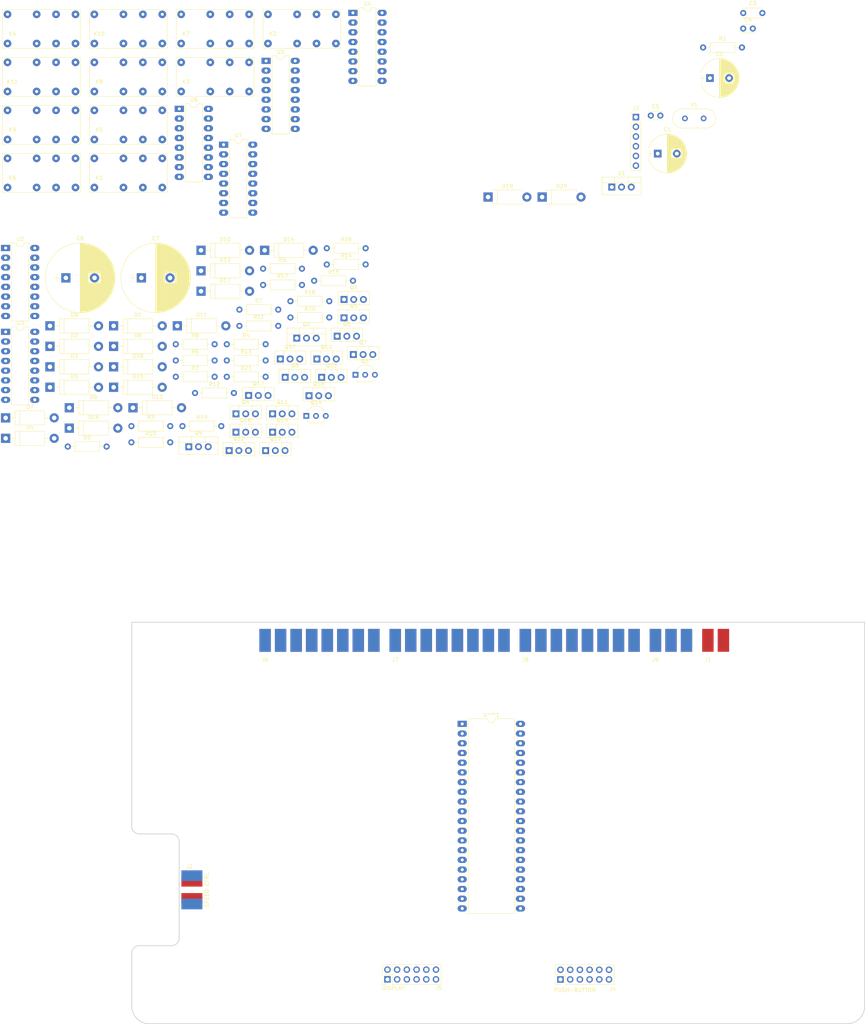
<source format=kicad_pcb>
(kicad_pcb (version 20221018) (generator pcbnew)
  (layers (0 "F.Cu" signal) (31 "B.Cu" signal) (34 "B.Paste" user) (35 "F.Paste" user) (36 "B.SilkS" user "B.Silkscreen") (37 "F.SilkS" user "F.Silkscreen") (38 "B.Mask" user) (39 "F.Mask" user) (44 "Edge.Cuts" user))
  (net 0 "")
  (net 1 "+12V")
  (net 2 "GND")
  (net 3 "+5V")
  (net 4 "Net-(C4-Pad1)")
  (net 5 "Net-(C5-Pad1)")
  (net 6 "Net-(C6-Pad1)")
  (net 7 "Net-(C7-Pad1)")
  (net 8 "/Points Control/POINTS[B1]-COIL")
  (net 9 "/Points Control/POINTS[F1]-COIL")
  (net 10 "/Points Control/POINTS[B2]-COIL")
  (net 11 "/Points Control/POINTS[F2]-COIL")
  (net 12 "/Points Control/POINTS[B3]-COIL")
  (net 13 "/Points Control/POINTS[F3]-COIL")
  (net 14 "/Points Control/POINTS[B4]-COIL")
  (net 15 "/Points Control/POINTS[F4]-COIL")
  (net 16 "/Points Control/POINTS[B5]-COIL")
  (net 17 "/Points Control/POINTS[F5]-COIL")
  (net 18 "/Points Control/POINTS[B6]-COIL")
  (net 19 "/Points Control/POINTS[F6]-COIL")
  (net 20 "/Points Control/POINTS[B7]-COIL")
  (net 21 "/Points Control/POINTS[F7]-COIL")
  (net 22 "/Points Control/POINTS[B8]-COIL")
  (net 23 "/Points Control/POINTS[F8]-COIL")
  (net 24 "TRACK+")
  (net 25 "TRACK-")
  (net 26 "Net-(J3-Pad6)")
  (net 27 "ICSPCLK")
  (net 28 "ICSPDAT")
  (net 29 "MCLR")
  (net 30 "/PB6")
  (net 31 "/PB7")
  (net 32 "/PB8")
  (net 33 "/PB9")
  (net 34 "/PB10")
  (net 35 "Net-(J4-Pad7)")
  (net 36 "Net-(J4-Pad6)")
  (net 37 "/PB5")
  (net 38 "/PB4")
  (net 39 "/PB3")
  (net 40 "/PB2")
  (net 41 "/PB1")
  (net 42 "/Points Control/DATA[OUT]")
  (net 43 "DCLK")
  (net 44 "DLAT")
  (net 45 "Net-(J5-Pad6)")
  (net 46 "Net-(J5-Pad7)")
  (net 47 "Net-(J5-Pad9)")
  (net 48 "/AUX1-LED")
  (net 49 "/AUX2-LED")
  (net 50 "/Feed Relays/FEED[D-]")
  (net 51 "/Feed Relays/FEED[D+]")
  (net 52 "/Feed Relays/FEED[C-]")
  (net 53 "/Feed Relays/FEED[C+]")
  (net 54 "/Feed Relays/FEED[A-]")
  (net 55 "/Feed Relays/FEED[A+]")
  (net 56 "/Feed Relays/FEED[E+]")
  (net 57 "/Feed Relays/FEED[F+]")
  (net 58 "/Feed Relays/FEED[G+]")
  (net 59 "/Feed Relays/FEED[H+]")
  (net 60 "/Feed Relays/AUX[1]")
  (net 61 "/Feed Relays/AUX[2]")
  (net 62 "Net-(J7-Pad14)")
  (net 63 "/HALL[G]")
  (net 64 "/HALL[F]")
  (net 65 "/HALL[E]")
  (net 66 "Net-(J7-Pad15)")
  (net 67 "Net-(J7-Pad16)")
  (net 68 "/Feed Relays/FEED[B+]")
  (net 69 "/Feed Relays/FEED[B-]")
  (net 70 "/Feed Relays/FEED[I-]")
  (net 71 "Net-(J8-Pad8)")
  (net 72 "Net-(J9-Pad3)")
  (net 73 "Net-(K1-Pad8)")
  (net 74 "Net-(K1-Pad7)")
  (net 75 "Net-(K1-Pad2)")
  (net 76 "Net-(K2-Pad8)")
  (net 77 "Net-(K2-Pad7)")
  (net 78 "Net-(K2-Pad2)")
  (net 79 "Net-(K3-Pad2)")
  (net 80 "Net-(K3-Pad7)")
  (net 81 "Net-(K3-Pad8)")
  (net 82 "Net-(K4-Pad2)")
  (net 83 "Net-(K4-Pad7)")
  (net 84 "Net-(K4-Pad8)")
  (net 85 "Net-(K5-Pad2)")
  (net 86 "Net-(K5-Pad7)")
  (net 87 "Net-(K5-Pad8)")
  (net 88 "Net-(K6-Pad8)")
  (net 89 "Net-(K6-Pad7)")
  (net 90 "Net-(K6-Pad2)")
  (net 91 "Net-(K7-Pad8)")
  (net 92 "Net-(K7-Pad7)")
  (net 93 "Net-(K7-Pad2)")
  (net 94 "Net-(K8-Pad8)")
  (net 95 "Net-(K8-Pad7)")
  (net 96 "Net-(K8-Pad2)")
  (net 97 "Net-(K9-Pad2)")
  (net 98 "Net-(K9-Pad7)")
  (net 99 "Net-(K9-Pad8)")
  (net 100 "Net-(K10-Pad2)")
  (net 101 "Net-(K10-Pad7)")
  (net 102 "Net-(K10-Pad8)")
  (net 103 "Net-(K11-Pad8)")
  (net 104 "Net-(K11-Pad7)")
  (net 105 "Net-(K11-Pad2)")
  (net 106 "Net-(Q1-Pad2)")
  (net 107 "Net-(Q1-Pad1)")
  (net 108 "Net-(Q2-Pad1)")
  (net 109 "TANK-DUMP")
  (net 110 "Net-(Q3-Pad1)")
  (net 111 "Net-(Q4-Pad1)")
  (net 112 "Net-(Q5-Pad1)")
  (net 113 "Net-(Q6-Pad1)")
  (net 114 "Net-(Q7-Pad1)")
  (net 115 "Net-(Q8-Pad1)")
  (net 116 "Net-(Q9-Pad1)")
  (net 117 "Net-(Q10-Pad1)")
  (net 118 "Net-(Q11-Pad1)")
  (net 119 "Net-(Q12-Pad1)")
  (net 120 "Net-(Q13-Pad1)")
  (net 121 "Net-(Q14-Pad1)")
  (net 122 "Net-(Q14-Pad2)")
  (net 123 "Net-(Q15-Pad1)")
  (net 124 "Net-(Q16-Pad1)")
  (net 125 "Net-(Q17-Pad1)")
  (net 126 "Net-(Q18-Pad1)")
  (net 127 "Net-(Q19-Pad1)")
  (net 128 "Net-(Q37-Pad1)")
  (net 129 "/Points Control/TANK[1]")
  (net 130 "/Points Control/PB1")
  (net 131 "/Points Control/PF1")
  (net 132 "/Points Control/PB2")
  (net 133 "/Points Control/PF2")
  (net 134 "/Points Control/TANK[2]")
  (net 135 "/Points Control/PB3")
  (net 136 "/Points Control/PF3")
  (net 137 "/Points Control/PB4")
  (net 138 "/Points Control/PF4")
  (net 139 "/Points Control/PB5")
  (net 140 "/Points Control/PF5")
  (net 141 "/Points Control/PB6")
  (net 142 "/Points Control/PF6")
  (net 143 "/Points Control/PB7")
  (net 144 "/Points Control/PF7")
  (net 145 "/Points Control/PB8")
  (net 146 "/Points Control/PF8")
  (net 147 "Net-(U2-Pad9)")
  (net 148 "/Points Control/DATA[IN]")
  (net 149 "Net-(U4-Pad15)")
  (net 150 "Net-(U4-Pad7)")
  (net 151 "/Feed Relays/DATA[IN]")
  (net 152 "Net-(U4-Pad6)")
  (net 153 "Net-(U4-Pad5)")
  (net 154 "Net-(U4-Pad4)")
  (net 155 "Net-(U4-Pad3)")
  (net 156 "Net-(U4-Pad2)")
  (net 157 "Net-(U4-Pad9)")
  (net 158 "Net-(U4-Pad1)")
  (net 159 "Net-(U5-Pad1)")
  (net 160 "Net-(U5-Pad2)")
  (net 161 "Net-(U5-Pad3)")
  (net 162 "Net-(U5-Pad4)")
  (net 163 "Net-(U5-Pad5)")
  (net 164 "/Feed Relays/SR1-SPARE5")
  (net 165 "/Feed Relays/SR1-SPARE6")
  (net 166 "Net-(U5-Pad15)")
  (net 167 "Net-(U7-Pad10)")
  (net 168 "Net-(U7-Pad11)")
  (net 169 "Net-(U7-Pad14)")
  (net 170 "Net-(U***1-Pad38)")
  (net 171 "Net-(U***1-Pad18)")
  (net 172 "Net-(U***1-Pad37)")
  (net 173 "Net-(U***1-Pad36)")
  (net 174 "Net-(U***1-Pad35)")
  (net 175 "Net-(U***1-Pad10)")
  (net 176 "Net-(U***1-Pad7)")
  (net 177 "Net-(U***1-Pad6)")
  (net 178 "Net-(U***1-Pad5)")
  (net 179 "Net-(U***1-Pad24)")
  (net 180 "Net-(U***1-Pad23)")
  (footprint "Capacitors_THT:CP_Radial_D10.0mm_P5.00mm" (layer "F.Cu") (at 188.545001 -83.544999)
    (fp_text reference "C1" (at 2.5 -6.31) (layer "F.SilkS"))
    (fp_text value "470uF")
    (pad "1" thru_hole rect (at 0 0) (size 2 2) (drill 1) (layers "*.Cu" "*.Mask") (net 1 "+12V"))
    (pad "2" thru_hole circle (at 5 0) (size 2 2) (drill 1) (layers "*.Cu" "*.Mask") (net 2 "GND"))
  )
  (footprint "Capacitors_THT:CP_Radial_D10.0mm_P5.00mm" (layer "F.Cu") (at 202.225001 -103.294999)
    (fp_text reference "C2" (at 2.5 -6.31) (layer "F.SilkS"))
    (fp_text value "470uF")
    (pad "1" thru_hole rect (at 0 0) (size 2 2) (drill 1) (layers "*.Cu" "*.Mask") (net 3 "+5V"))
    (pad "2" thru_hole circle (at 5 0) (size 2 2) (drill 1) (layers "*.Cu" "*.Mask") (net 2 "GND"))
  )
  (footprint "Capacitors_THT:C_Disc_D4.7mm_W2.5mm_P5.00mm" (layer "F.Cu") (at 210.925001 -120.294999)
    (fp_text reference "C3" (at 2.5 -2.56) (layer "F.SilkS"))
    (fp_text value "10nF")
    (pad "1" thru_hole circle (at 0 0) (size 1.6 1.6) (drill 0.8) (layers "*.Cu" "*.Mask") (net 3 "+5V"))
    (pad "2" thru_hole circle (at 5 0) (size 1.6 1.6) (drill 0.8) (layers "*.Cu" "*.Mask") (net 2 "GND"))
  )
  (footprint "Capacitors_THT:C_Disc_D3.4mm_W2.1mm_P2.50mm" (layer "F.Cu") (at 210.925001 -116.244999)
    (fp_text reference "C4" (at 1.25 -2.36) (layer "F.SilkS"))
    (fp_text value "33pF")
    (pad "1" thru_hole circle (at 0 0) (size 1.6 1.6) (drill 0.8) (layers "*.Cu" "*.Mask") (net 4 "Net-(C4-Pad1)"))
    (pad "2" thru_hole circle (at 2.5 0) (size 1.6 1.6) (drill 0.8) (layers "*.Cu" "*.Mask") (net 2 "GND"))
  )
  (footprint "Capacitors_THT:C_Disc_D3.4mm_W2.1mm_P2.50mm" (layer "F.Cu") (at 186.745001 -93.494999)
    (fp_text reference "C5" (at 1.25 -2.36) (layer "F.SilkS"))
    (fp_text value "33pF")
    (pad "1" thru_hole circle (at 0 0) (size 1.6 1.6) (drill 0.8) (layers "*.Cu" "*.Mask") (net 5 "Net-(C5-Pad1)"))
    (pad "2" thru_hole circle (at 2.5 0) (size 1.6 1.6) (drill 0.8) (layers "*.Cu" "*.Mask") (net 2 "GND"))
  )
  (footprint "Capacitors_THT:CP_Radial_D18.0mm_P7.50mm" (layer "F.Cu") (at 33.735001 -51.064999)
    (fp_text reference "C6" (at 3.75 -10.31) (layer "F.SilkS"))
    (fp_text value "4700uF")
    (pad "1" thru_hole rect (at 0 0) (size 2.4 2.4) (drill 1.2) (layers "*.Cu" "*.Mask") (net 6 "Net-(C6-Pad1)"))
    (pad "2" thru_hole circle (at 7.5 0) (size 2.4 2.4) (drill 1.2) (layers "*.Cu" "*.Mask") (net 2 "GND"))
  )
  (footprint "Capacitors_THT:CP_Radial_D18.0mm_P7.50mm" (layer "F.Cu") (at 53.485001 -51.064999)
    (fp_text reference "C7" (at 3.75 -10.31) (layer "F.SilkS"))
    (fp_text value "4700uF")
    (pad "1" thru_hole rect (at 0 0) (size 2.4 2.4) (drill 1.2) (layers "*.Cu" "*.Mask") (net 7 "Net-(C7-Pad1)"))
    (pad "2" thru_hole circle (at 7.5 0) (size 2.4 2.4) (drill 1.2) (layers "*.Cu" "*.Mask") (net 2 "GND"))
  )
  (footprint "Diodes_THT:D_DO-15_P12.70mm_Horizontal" (layer "F.Cu") (at 46.235001 -38.514999)
    (fp_text reference "D1" (at 6.35 -2.86) (layer "F.SilkS"))
    (fp_text value "1N4001")
    (pad "1" thru_hole rect (at 0 0) (size 2.4 2.4) (drill 1.2) (layers "*.Cu" "*.Mask") (net 6 "Net-(C6-Pad1)"))
    (pad "2" thru_hole oval (at 12.7 0) (size 2.4 2.4) (drill 1.2) (layers "*.Cu" "*.Mask") (net 1 "+12V"))
  )
  (footprint "Diodes_THT:D_DO-15_P12.70mm_Horizontal" (layer "F.Cu") (at 29.585001 -33.164999)
    (fp_text reference "D2" (at 6.35 -2.86) (layer "F.SilkS"))
    (fp_text value "1N4001")
    (pad "1" thru_hole rect (at 0 0) (size 2.4 2.4) (drill 1.2) (layers "*.Cu" "*.Mask") (net 8 "/Points Control/POINTS[B1]-COIL"))
    (pad "2" thru_hole oval (at 12.7 0) (size 2.4 2.4) (drill 1.2) (layers "*.Cu" "*.Mask") (net 2 "GND"))
  )
  (footprint "Diodes_THT:D_DO-15_P12.70mm_Horizontal" (layer "F.Cu") (at 29.585001 -27.814999)
    (fp_text reference "D3" (at 6.35 -2.86) (layer "F.SilkS"))
    (fp_text value "1N4001")
    (pad "1" thru_hole rect (at 0 0) (size 2.4 2.4) (drill 1.2) (layers "*.Cu" "*.Mask") (net 9 "/Points Control/POINTS[F1]-COIL"))
    (pad "2" thru_hole oval (at 12.7 0) (size 2.4 2.4) (drill 1.2) (layers "*.Cu" "*.Mask") (net 2 "GND"))
  )
  (footprint "Diodes_THT:D_DO-15_P12.70mm_Horizontal" (layer "F.Cu") (at 17.985001 -9.114999)
    (fp_text reference "D4" (at 6.35 -2.86) (layer "F.SilkS"))
    (fp_text value "1N4001")
    (pad "1" thru_hole rect (at 0 0) (size 2.4 2.4) (drill 1.2) (layers "*.Cu" "*.Mask") (net 7 "Net-(C7-Pad1)"))
    (pad "2" thru_hole oval (at 12.7 0) (size 2.4 2.4) (drill 1.2) (layers "*.Cu" "*.Mask") (net 1 "+12V"))
  )
  (footprint "Diodes_THT:D_DO-15_P12.70mm_Horizontal" (layer "F.Cu") (at 29.585001 -22.464999)
    (fp_text reference "D5" (at 6.35 -2.86) (layer "F.SilkS"))
    (fp_text value "1N4001")
    (pad "1" thru_hole rect (at 0 0) (size 2.4 2.4) (drill 1.2) (layers "*.Cu" "*.Mask") (net 10 "/Points Control/POINTS[B2]-COIL"))
    (pad "2" thru_hole oval (at 12.7 0) (size 2.4 2.4) (drill 1.2) (layers "*.Cu" "*.Mask") (net 2 "GND"))
  )
  (footprint "Diodes_THT:D_DO-15_P12.70mm_Horizontal" (layer "F.Cu") (at 34.635001 -17.114999)
    (fp_text reference "D6" (at 6.35 -2.86) (layer "F.SilkS"))
    (fp_text value "1N4001")
    (pad "1" thru_hole rect (at 0 0) (size 2.4 2.4) (drill 1.2) (layers "*.Cu" "*.Mask") (net 11 "/Points Control/POINTS[F2]-COIL"))
    (pad "2" thru_hole oval (at 12.7 0) (size 2.4 2.4) (drill 1.2) (layers "*.Cu" "*.Mask") (net 2 "GND"))
  )
  (footprint "Diodes_THT:D_DO-15_P12.70mm_Horizontal" (layer "F.Cu") (at 17.985001 -14.464999)
    (fp_text reference "D7" (at 6.35 -2.86) (layer "F.SilkS"))
    (fp_text value "1N4001")
    (pad "1" thru_hole rect (at 0 0) (size 2.4 2.4) (drill 1.2) (layers "*.Cu" "*.Mask") (net 12 "/Points Control/POINTS[B3]-COIL"))
    (pad "2" thru_hole oval (at 12.7 0) (size 2.4 2.4) (drill 1.2) (layers "*.Cu" "*.Mask") (net 2 "GND"))
  )
  (footprint "Diodes_THT:D_DO-15_P12.70mm_Horizontal" (layer "F.Cu") (at 46.235001 -33.164999)
    (fp_text reference "D8" (at 6.35 -2.86) (layer "F.SilkS"))
    (fp_text value "1N4001")
    (pad "1" thru_hole rect (at 0 0) (size 2.4 2.4) (drill 1.2) (layers "*.Cu" "*.Mask") (net 13 "/Points Control/POINTS[F3]-COIL"))
    (pad "2" thru_hole oval (at 12.7 0) (size 2.4 2.4) (drill 1.2) (layers "*.Cu" "*.Mask") (net 2 "GND"))
  )
  (footprint "Diodes_THT:D_DO-15_P12.70mm_Horizontal" (layer "F.Cu") (at 29.585001 -38.514999)
    (fp_text reference "D9" (at 6.35 -2.86) (layer "F.SilkS"))
    (fp_text value "1N4001")
    (pad "1" thru_hole rect (at 0 0) (size 2.4 2.4) (drill 1.2) (layers "*.Cu" "*.Mask") (net 14 "/Points Control/POINTS[B4]-COIL"))
    (pad "2" thru_hole oval (at 12.7 0) (size 2.4 2.4) (drill 1.2) (layers "*.Cu" "*.Mask") (net 2 "GND"))
  )
  (footprint "Diodes_THT:D_DO-15_P12.70mm_Horizontal" (layer "F.Cu") (at 69.085001 -58.264999)
    (fp_text reference "D10" (at 6.35 -2.86) (layer "F.SilkS"))
    (fp_text value "1N4001")
    (pad "1" thru_hole rect (at 0 0) (size 2.4 2.4) (drill 1.2) (layers "*.Cu" "*.Mask") (net 15 "/Points Control/POINTS[F4]-COIL"))
    (pad "2" thru_hole oval (at 12.7 0) (size 2.4 2.4) (drill 1.2) (layers "*.Cu" "*.Mask") (net 2 "GND"))
  )
  (footprint "Diodes_THT:D_DO-15_P12.70mm_Horizontal" (layer "F.Cu") (at 62.885001 -38.514999)
    (fp_text reference "D11" (at 6.35 -2.86) (layer "F.SilkS"))
    (fp_text value "1N4001")
    (pad "1" thru_hole rect (at 0 0) (size 2.4 2.4) (drill 1.2) (layers "*.Cu" "*.Mask") (net 16 "/Points Control/POINTS[B5]-COIL"))
    (pad "2" thru_hole oval (at 12.7 0) (size 2.4 2.4) (drill 1.2) (layers "*.Cu" "*.Mask") (net 2 "GND"))
  )
  (footprint "Diodes_THT:D_DO-15_P12.70mm_Horizontal" (layer "F.Cu") (at 69.085001 -52.914999)
    (fp_text reference "D12" (at 6.35 -2.86) (layer "F.SilkS"))
    (fp_text value "1N4001")
    (pad "1" thru_hole rect (at 0 0) (size 2.4 2.4) (drill 1.2) (layers "*.Cu" "*.Mask") (net 17 "/Points Control/POINTS[F5]-COIL"))
    (pad "2" thru_hole oval (at 12.7 0) (size 2.4 2.4) (drill 1.2) (layers "*.Cu" "*.Mask") (net 2 "GND"))
  )
  (footprint "Diodes_THT:D_DO-15_P12.70mm_Horizontal" (layer "F.Cu") (at 51.285001 -17.114999)
    (fp_text reference "D13" (at 6.35 -2.86) (layer "F.SilkS"))
    (fp_text value "1N4001")
    (pad "1" thru_hole rect (at 0 0) (size 2.4 2.4) (drill 1.2) (layers "*.Cu" "*.Mask") (net 18 "/Points Control/POINTS[B6]-COIL"))
    (pad "2" thru_hole oval (at 12.7 0) (size 2.4 2.4) (drill 1.2) (layers "*.Cu" "*.Mask") (net 2 "GND"))
  )
  (footprint "Diodes_THT:D_DO-15_P12.70mm_Horizontal" (layer "F.Cu") (at 85.735001 -58.264999)
    (fp_text reference "D14" (at 6.35 -2.86) (layer "F.SilkS"))
    (fp_text value "1N4001")
    (pad "1" thru_hole rect (at 0 0) (size 2.4 2.4) (drill 1.2) (layers "*.Cu" "*.Mask") (net 19 "/Points Control/POINTS[F6]-COIL"))
    (pad "2" thru_hole oval (at 12.7 0) (size 2.4 2.4) (drill 1.2) (layers "*.Cu" "*.Mask") (net 2 "GND"))
  )
  (footprint "Diodes_THT:D_DO-15_P12.70mm_Horizontal" (layer "F.Cu") (at 46.235001 -22.464999)
    (fp_text reference "D15" (at 6.35 -2.86) (layer "F.SilkS"))
    (fp_text value "1N4001")
    (pad "1" thru_hole rect (at 0 0) (size 2.4 2.4) (drill 1.2) (layers "*.Cu" "*.Mask") (net 20 "/Points Control/POINTS[B7]-COIL"))
    (pad "2" thru_hole oval (at 12.7 0) (size 2.4 2.4) (drill 1.2) (layers "*.Cu" "*.Mask") (net 2 "GND"))
  )
  (footprint "Diodes_THT:D_DO-15_P12.70mm_Horizontal" (layer "F.Cu") (at 34.635001 -11.764999)
    (fp_text reference "D16" (at 6.35 -2.86) (layer "F.SilkS"))
    (fp_text value "1N4001")
    (pad "1" thru_hole rect (at 0 0) (size 2.4 2.4) (drill 1.2) (layers "*.Cu" "*.Mask") (net 21 "/Points Control/POINTS[F7]-COIL"))
    (pad "2" thru_hole oval (at 12.7 0) (size 2.4 2.4) (drill 1.2) (layers "*.Cu" "*.Mask") (net 2 "GND"))
  )
  (footprint "Diodes_THT:D_DO-15_P12.70mm_Horizontal" (layer "F.Cu") (at 69.085001 -47.564999)
    (fp_text reference "D17" (at 6.35 -2.86) (layer "F.SilkS"))
    (fp_text value "1N4001")
    (pad "1" thru_hole rect (at 0 0) (size 2.4 2.4) (drill 1.2) (layers "*.Cu" "*.Mask") (net 22 "/Points Control/POINTS[B8]-COIL"))
    (pad "2" thru_hole oval (at 12.7 0) (size 2.4 2.4) (drill 1.2) (layers "*.Cu" "*.Mask") (net 2 "GND"))
  )
  (footprint "Diodes_THT:D_DO-15_P12.70mm_Horizontal" (layer "F.Cu") (at 46.235001 -27.814999)
    (fp_text reference "D18" (at 6.35 -2.86) (layer "F.SilkS"))
    (fp_text value "1N4001")
    (pad "1" thru_hole rect (at 0 0) (size 2.4 2.4) (drill 1.2) (layers "*.Cu" "*.Mask") (net 23 "/Points Control/POINTS[F8]-COIL"))
    (pad "2" thru_hole oval (at 12.7 0) (size 2.4 2.4) (drill 1.2) (layers "*.Cu" "*.Mask") (net 2 "GND"))
  )
  (footprint "Diodes_THT:D_DO-15_P10.16mm_Horizontal" (layer "F.Cu") (at 144.175001 -72.184999)
    (fp_text reference "D19" (at 5.08 -2.86) (layer "F.SilkS"))
    (fp_text value "12V")
    (pad "1" thru_hole rect (at 0 0) (size 2.4 2.4) (drill 1.2) (layers "*.Cu" "*.Mask") (net 1 "+12V"))
    (pad "2" thru_hole oval (at 10.16 0) (size 2.4 2.4) (drill 1.2) (layers "*.Cu" "*.Mask") (net 2 "GND"))
  )
  (footprint "Diodes_THT:D_DO-15_P10.16mm_Horizontal" (layer "F.Cu") (at 158.325001 -72.184999)
    (fp_text reference "D20" (at 5.08 -2.86) (layer "F.SilkS"))
    (fp_text value "5V")
    (pad "1" thru_hole rect (at 0 0) (size 2.4 2.4) (drill 1.2) (layers "*.Cu" "*.Mask") (net 3 "+5V"))
    (pad "2" thru_hole oval (at 10.16 0) (size 2.4 2.4) (drill 1.2) (layers "*.Cu" "*.Mask") (net 2 "GND"))
  )
  (footprint "carnivalben:Wire_Pads_Edge_1x2" (layer "F.Cu") (at 201.676 43.688)
    (fp_text reference "J1" (at 0 5.08) (layer "F.SilkS"))
    (fp_text value "PSU IN")
    (pad "1" smd rect (at 0 0) (size 3 6) (layers "F.Cu" "F.Paste" "F.Mask") (net 2 "GND"))
    (pad "2" smd rect (at 4.064 0) (size 3 6) (layers "F.Cu" "F.Paste" "F.Mask") (net 1 "+12V"))
  )
  (footprint "carnivalben:DIN_Socket_Edge_Solder_4pin" (layer "F.Cu") (at 62.9572 108.9172 -90)
    (fp_text reference "J2" (at -6.0472 -3.0828 180) (layer "F.SilkS"))
    (fp_text value "SPEED CTRL" (at 0.0488 -7.6548 90) (layer "F.SilkS"))
    (pad "1" smd rect (at 3.3 -1 270) (size 2.8 5.5) (drill (offset 0.4 -2.75)) (layers "B.Cu" "F.Paste" "F.Mask") (net 2 "GND"))
    (pad "2" smd rect (at -3.3 -1 270) (size 2.8 5.5) (drill (offset -0.4 -2.75)) (layers "B.Cu" "F.Paste" "F.Mask") (net 25 "TRACK-"))
    (pad "3" smd rect (at 1.85 -1 270) (size 2.8 5.5) (drill (offset 0.4 -2.75)) (layers "F.Cu" "F.Paste" "F.Mask") (net 24 "TRACK+"))
    (pad "4" smd rect (at -1.85 -1 270) (size 2.8 5.5) (drill (offset -0.4 -2.75)) (layers "F.Cu" "F.Paste" "F.Mask") (net 1 "+12V"))
  )
  (footprint "Pin_Headers:Pin_Header_Straight_1x06_Pitch2.54mm" (layer "F.Cu") (at 182.845001 -93.094999)
    (fp_text reference "J3" (at 0 -2.33) (layer "F.SilkS"))
    (fp_text value "ICSP")
    (pad "1" thru_hole rect (at 0 0) (size 1.7 1.7) (drill 1) (layers "*.Cu" "*.Mask") (net 29 "MCLR"))
    (pad "2" thru_hole oval (at 0 2.54) (size 1.7 1.7) (drill 1) (layers "*.Cu" "*.Mask") (net 3 "+5V"))
    (pad "3" thru_hole oval (at 0 5.08) (size 1.7 1.7) (drill 1) (layers "*.Cu" "*.Mask") (net 2 "GND"))
    (pad "4" thru_hole oval (at 0 7.62) (size 1.7 1.7) (drill 1) (layers "*.Cu" "*.Mask") (net 28 "ICSPDAT"))
    (pad "5" thru_hole oval (at 0 10.16) (size 1.7 1.7) (drill 1) (layers "*.Cu" "*.Mask") (net 27 "ICSPCLK"))
    (pad "6" thru_hole oval (at 0 12.7) (size 1.7 1.7) (drill 1) (layers "*.Cu" "*.Mask") (net 26 "Net-(J3-Pad6)"))
  )
  (footprint "Pin_Headers:Pin_Header_Straight_2x06_Pitch2.54mm" (layer "F.Cu") (at 117.85854 132.3213 90)
    (fp_text reference "J5" (at -2.23266 13.41882 180) (layer "F.SilkS"))
    (fp_text value "DISPLAY" (at -2.2987 1.52146 180) (layer "F.SilkS"))
    (pad "1" thru_hole rect (at 0 0 90) (size 1.7 1.7) (drill 1) (layers "*.Cu" "*.Mask") (net 1 "+12V"))
    (pad "2" thru_hole oval (at 2.54 0 90) (size 1.7 1.7) (drill 1) (layers "*.Cu" "*.Mask") (net 42 "/Points Control/DATA[OUT]"))
    (pad "3" thru_hole oval (at 0 2.54 90) (size 1.7 1.7) (drill 1) (layers "*.Cu" "*.Mask") (net 43 "DCLK"))
    (pad "4" thru_hole oval (at 2.54 2.54 90) (size 1.7 1.7) (drill 1) (layers "*.Cu" "*.Mask") (net 3 "+5V"))
    (pad "5" thru_hole oval (at 0 5.08 90) (size 1.7 1.7) (drill 1) (layers "*.Cu" "*.Mask") (net 44 "DLAT"))
    (pad "6" thru_hole oval (at 2.54 5.08 90) (size 1.7 1.7) (drill 1) (layers "*.Cu" "*.Mask") (net 45 "Net-(J5-Pad6)"))
    (pad "7" thru_hole oval (at 0 7.62 90) (size 1.7 1.7) (drill 1) (layers "*.Cu" "*.Mask") (net 46 "Net-(J5-Pad7)"))
    (pad "8" thru_hole oval (at 2.54 7.62 90) (size 1.7 1.7) (drill 1) (layers "*.Cu" "*.Mask") (net 2 "GND"))
    (pad "9" thru_hole oval (at 0 10.16 90) (size 1.7 1.7) (drill 1) (layers "*.Cu" "*.Mask") (net 47 "Net-(J5-Pad9)"))
    (pad "10" thru_hole oval (at 2.54 10.16 90) (size 1.7 1.7) (drill 1) (layers "*.Cu" "*.Mask") (net 49 "/AUX2-LED"))
    (pad "11" thru_hole oval (at 0 12.7 90) (size 1.7 1.7) (drill 1) (layers "*.Cu" "*.Mask") (net 48 "/AUX1-LED"))
    (pad "12" thru_hole oval (at 2.54 12.7 90) (size 1.7 1.7) (drill 1) (layers "*.Cu" "*.Mask") (net 3 "+5V"))
  )
  (footprint "carnivalben:Wire_Pads_Edge_2x8" (layer "F.Cu") (at 85.852 43.688)
    (fp_text reference "J6" (at 0 5.08) (layer "F.SilkS"))
    (fp_text value "CONN-L1")
    (pad "1" smd rect (at 0 0) (size 3 6) (layers "F.Cu" "F.Paste" "F.Mask") (net 55 "/Feed Relays/FEED[A+]"))
    (pad "2" smd rect (at 4.064 0) (size 3 6) (layers "F.Cu" "F.Paste" "F.Mask") (net 54 "/Feed Relays/FEED[A-]"))
    (pad "3" smd rect (at 8.128 0) (size 3 6) (layers "F.Cu" "F.Paste" "F.Mask") (net 53 "/Feed Relays/FEED[C+]"))
    (pad "4" smd rect (at 12.192 0) (size 3 6) (layers "F.Cu" "F.Paste" "F.Mask") (net 52 "/Feed Relays/FEED[C-]"))
    (pad "5" smd rect (at 16.256 0) (size 3 6) (layers "F.Cu" "F.Paste" "F.Mask") (net 51 "/Feed Relays/FEED[D+]"))
    (pad "6" smd rect (at 20.32 0) (size 3 6) (layers "F.Cu" "F.Paste" "F.Mask") (net 50 "/Feed Relays/FEED[D-]"))
    (pad "7" smd rect (at 24.384 0) (size 3 6) (layers "F.Cu" "F.Paste" "F.Mask") (net 2 "GND"))
    (pad "8" smd rect (at 28.448 0) (size 3 6) (layers "F.Cu" "F.Paste" "F.Mask") (net 2 "GND"))
    (pad "9" smd rect (at 28.448 0) (size 3 6) (layers "B.Cu" "F.Paste" "F.Mask") (net 23 "/Points Control/POINTS[F8]-COIL"))
    (pad "10" smd rect (at 24.384 0) (size 3 6) (layers "B.Cu" "F.Paste" "F.Mask") (net 22 "/Points Control/POINTS[B8]-COIL"))
    (pad "11" smd rect (at 20.32 0) (size 3 6) (layers "B.Cu" "F.Paste" "F.Mask") (net 21 "/Points Control/POINTS[F7]-COIL"))
    (pad "12" smd rect (at 16.256 0) (size 3 6) (layers "B.Cu" "F.Paste" "F.Mask") (net 20 "/Points Control/POINTS[B7]-COIL"))
    (pad "13" smd rect (at 12.192 0) (size 3 6) (layers "B.Cu" "F.Paste" "F.Mask") (net 19 "/Points Control/POINTS[F6]-COIL"))
    (pad "14" smd rect (at 8.128 0) (size 3 6) (layers "B.Cu" "F.Paste" "F.Mask") (net 18 "/Points Control/POINTS[B6]-COIL"))
    (pad "15" smd rect (at 4.064 0) (size 3 6) (layers "B.Cu" "F.Paste" "F.Mask") (net 17 "/Points Control/POINTS[F5]-COIL"))
    (pad "16" smd rect (at 0 0) (size 3 6) (layers "B.Cu" "F.Paste" "F.Mask") (net 16 "/Points Control/POINTS[B5]-COIL"))
  )
  (footprint "carnivalben:Wire_Pads_Edge_2x8" (layer "F.Cu") (at 119.888 43.688)
    (fp_text reference "J7" (at 0 5.08) (layer "F.SilkS"))
    (fp_text value "CONN-L2")
    (pad "1" smd rect (at 0 0) (size 3 6) (layers "F.Cu" "F.Paste" "F.Mask") (net 56 "/Feed Relays/FEED[E+]"))
    (pad "2" smd rect (at 4.064 0) (size 3 6) (layers "F.Cu" "F.Paste" "F.Mask") (net 57 "/Feed Relays/FEED[F+]"))
    (pad "3" smd rect (at 8.128 0) (size 3 6) (layers "F.Cu" "F.Paste" "F.Mask") (net 58 "/Feed Relays/FEED[G+]"))
    (pad "4" smd rect (at 12.192 0) (size 3 6) (layers "F.Cu" "F.Paste" "F.Mask") (net 59 "/Feed Relays/FEED[H+]"))
    (pad "5" smd rect (at 16.256 0) (size 3 6) (layers "F.Cu" "F.Paste" "F.Mask") (net 60 "/Feed Relays/AUX[1]"))
    (pad "6" smd rect (at 20.32 0) (size 3 6) (layers "F.Cu" "F.Paste" "F.Mask") (net 61 "/Feed Relays/AUX[2]"))
    (pad "7" smd rect (at 24.384 0) (size 3 6) (layers "F.Cu" "F.Paste" "F.Mask") (net 2 "GND"))
    (pad "8" smd rect (at 28.448 0) (size 3 6) (layers "F.Cu" "F.Paste" "F.Mask") (net 2 "GND"))
    (pad "9" smd rect (at 28.448 0) (size 3 6) (layers "B.Cu" "F.Paste" "F.Mask") (net 2 "GND"))
    (pad "10" smd rect (at 24.384 0) (size 3 6) (layers "B.Cu" "F.Paste" "F.Mask") (net 63 "/HALL[G]"))
    (pad "11" smd rect (at 20.32 0) (size 3 6) (layers "B.Cu" "F.Paste" "F.Mask") (net 64 "/HALL[F]"))
    (pad "12" smd rect (at 16.256 0) (size 3 6) (layers "B.Cu" "F.Paste" "F.Mask") (net 65 "/HALL[E]"))
    (pad "13" smd rect (at 12.192 0) (size 3 6) (layers "B.Cu" "F.Paste" "F.Mask") (net 3 "+5V"))
    (pad "14" smd rect (at 8.128 0) (size 3 6) (layers "B.Cu" "F.Paste" "F.Mask") (net 62 "Net-(J7-Pad14)"))
    (pad "15" smd rect (at 4.064 0) (size 3 6) (layers "B.Cu" "F.Paste" "F.Mask") (net 66 "Net-(J7-Pad15)"))
    (pad "16" smd rect (at 0 0) (size 3 6) (layers "B.Cu" "F.Paste" "F.Mask") (net 67 "Net-(J7-Pad16)"))
  )
  (footprint "carnivalben:Wire_Pads_Edge_2x8" (layer "F.Cu") (at 153.924 43.688)
    (fp_text reference "J8" (at 0 5.08) (layer "F.SilkS"))
    (fp_text value "CONN-R1")
    (pad "1" smd rect (at 0 0) (size 3 6) (layers "F.Cu" "F.Paste" "F.Mask") (net 55 "/Feed Relays/FEED[A+]"))
    (pad "2" smd rect (at 4.064 0) (size 3 6) (layers "F.Cu" "F.Paste" "F.Mask") (net 68 "/Feed Relays/FEED[B+]"))
    (pad "3" smd rect (at 8.128 0) (size 3 6) (layers "F.Cu" "F.Paste" "F.Mask") (net 69 "/Feed Relays/FEED[B-]"))
    (pad "4" smd rect (at 12.192 0) (size 3 6) (layers "F.Cu" "F.Paste" "F.Mask") (net 53 "/Feed Relays/FEED[C+]"))
    (pad "5" smd rect (at 16.256 0) (size 3 6) (layers "F.Cu" "F.Paste" "F.Mask") (net 52 "/Feed Relays/FEED[C-]"))
    (pad "6" smd rect (at 20.32 0) (size 3 6) (layers "F.Cu" "F.Paste" "F.Mask") (net 50 "/Feed Relays/FEED[D-]"))
    (pad "7" smd rect (at 24.384 0) (size 3 6) (layers "F.Cu" "F.Paste" "F.Mask") (net 70 "/Feed Relays/FEED[I-]"))
    (pad "8" smd rect (at 28.448 0) (size 3 6) (layers "F.Cu" "F.Paste" "F.Mask") (net 71 "Net-(J8-Pad8)"))
    (pad "9" smd rect (at 28.448 0) (size 3 6) (layers "B.Cu" "F.Paste" "F.Mask") (net 15 "/Points Control/POINTS[F4]-COIL"))
    (pad "10" smd rect (at 24.384 0) (size 3 6) (layers "B.Cu" "F.Paste" "F.Mask") (net 14 "/Points Control/POINTS[B4]-COIL"))
    (pad "11" smd rect (at 20.32 0) (size 3 6) (layers "B.Cu" "F.Paste" "F.Mask") (net 13 "/Points Control/POINTS[F3]-COIL"))
    (pad "12" smd rect (at 16.256 0) (size 3 6) (layers "B.Cu" "F.Paste" "F.Mask") (net 12 "/Points Control/POINTS[B3]-COIL"))
    (pad "13" smd rect (at 12.192 0) (size 3 6) (layers "B.Cu" "F.Paste" "F.Mask") (net 11 "/Points Control/POINTS[F2]-COIL"))
    (pad "14" smd rect (at 8.128 0) (size 3 6) (layers "B.Cu" "F.Paste" "F.Mask") (net 10 "/Points Control/POINTS[B2]-COIL"))
    (pad "15" smd rect (at 4.064 0) (size 3 6) (layers "B.Cu" "F.Paste" "F.Mask") (net 9 "/Points Control/POINTS[F1]-COIL"))
    (pad "16" smd rect (at 0 0) (size 3 6) (layers "B.Cu" "F.Paste" "F.Mask") (net 8 "/Points Control/POINTS[B1]-COIL"))
  )
  (footprint "carnivalben:Wire_Pads_Edge_2x3" (layer "F.Cu") (at 187.96 43.688)
    (fp_text reference "J9" (at 0 5.08) (layer "F.SilkS"))
    (fp_text value "CONN-R2")
    (pad "1" smd rect (at 0 0) (size 3 6) (layers "F.Cu" "F.Paste" "F.Mask") (net 60 "/Feed Relays/AUX[1]"))
    (pad "2" smd rect (at 4.064 0) (size 3 6) (layers "F.Cu" "F.Paste" "F.Mask") (net 61 "/Feed Relays/AUX[2]"))
    (pad "3" smd rect (at 8.128 0) (size 3 6) (layers "F.Cu" "F.Paste" "F.Mask") (net 72 "Net-(J9-Pad3)"))
    (pad "4" smd rect (at 8.128 0) (size 3 6) (layers "B.Cu" "F.Paste" "F.Mask") (net 2 "GND"))
    (pad "5" smd rect (at 4.064 0) (size 3 6) (layers "B.Cu" "F.Paste" "F.Mask") (net 2 "GND"))
    (pad "6" smd rect (at 0 0) (size 3 6) (layers "B.Cu" "F.Paste" "F.Mask") (net 2 "GND"))
  )
  (footprint "carnivalben:TRK22X3-XXDC" (layer "F.Cu") (at 41.185001 -82.304999)
    (fp_text reference "K1" (at 1.27 5.08) (layer "F.SilkS"))
    (fp_text value "TRK2233-12DC")
    (pad "1" thru_hole circle (at 0 0) (size 2 2) (drill 0.8) (layers "*.Cu" "*.Mask") (net 1 "+12V"))
    (pad "2" thru_hole circle (at 7.62 0) (size 2 2) (drill 0.8) (layers "*.Cu" "*.Mask") (net 75 "Net-(K1-Pad2)"))
    (pad "3" thru_hole circle (at 12.7 0) (size 2 2) (drill 0.8) (layers "*.Cu" "*.Mask") (net 24 "TRACK+"))
    (pad "4" thru_hole circle (at 17.78 0) (size 2 2) (drill 0.8) (layers "*.Cu" "*.Mask") (net 55 "/Feed Relays/FEED[A+]"))
    (pad "5" thru_hole circle (at 17.78 7.62) (size 2 2) (drill 0.8) (layers "*.Cu" "*.Mask") (net 54 "/Feed Relays/FEED[A-]"))
    (pad "6" thru_hole circle (at 12.7 7.62) (size 2 2) (drill 0.8) (layers "*.Cu" "*.Mask") (net 25 "TRACK-"))
    (pad "7" thru_hole circle (at 7.62 7.62) (size 2 2) (drill 0.8) (layers "*.Cu" "*.Mask") (net 74 "Net-(K1-Pad7)"))
    (pad "8" thru_hole circle (at 0 7.62) (size 2 2) (drill 0.8) (layers "*.Cu" "*.Mask") (net 73 "Net-(K1-Pad8)"))
  )
  (footprint "carnivalben:TRK22X3-XXDC" (layer "F.Cu") (at 86.605001 -119.954999)
    (fp_text reference "K2" (at 1.27 5.08) (layer "F.SilkS"))
    (fp_text value "TRK2233-12DC")
    (pad "1" thru_hole circle (at 0 0) (size 2 2) (drill 0.8) (layers "*.Cu" "*.Mask") (net 1 "+12V"))
    (pad "2" thru_hole circle (at 7.62 0) (size 2 2) (drill 0.8) (layers "*.Cu" "*.Mask") (net 78 "Net-(K2-Pad2)"))
    (pad "3" thru_hole circle (at 12.7 0) (size 2 2) (drill 0.8) (layers "*.Cu" "*.Mask") (net 24 "TRACK+"))
    (pad "4" thru_hole circle (at 17.78 0) (size 2 2) (drill 0.8) (layers "*.Cu" "*.Mask") (net 59 "/Feed Relays/FEED[H+]"))
    (pad "5" thru_hole circle (at 17.78 7.62) (size 2 2) (drill 0.8) (layers "*.Cu" "*.Mask") (net 59 "/Feed Relays/FEED[H+]"))
    (pad "6" thru_hole circle (at 12.7 7.62) (size 2 2) (drill 0.8) (layers "*.Cu" "*.Mask") (net 24 "TRACK+"))
    (pad "7" thru_hole circle (at 7.62 7.62) (size 2 2) (drill 0.8) (layers "*.Cu" "*.Mask") (net 77 "Net-(K2-Pad7)"))
    (pad "8" thru_hole circle (at 0 7.62) (size 2 2) (drill 0.8) (layers "*.Cu" "*.Mask") (net 76 "Net-(K2-Pad8)"))
  )
  (footprint "carnivalben:TRK22X3-XXDC" (layer "F.Cu") (at 63.895001 -107.404999)
    (fp_text reference "K3" (at 1.27 5.08) (layer "F.SilkS"))
    (fp_text value "TRK2233-12DC")
    (pad "1" thru_hole circle (at 0 0) (size 2 2) (drill 0.8) (layers "*.Cu" "*.Mask") (net 1 "+12V"))
    (pad "2" thru_hole circle (at 7.62 0) (size 2 2) (drill 0.8) (layers "*.Cu" "*.Mask") (net 79 "Net-(K3-Pad2)"))
    (pad "3" thru_hole circle (at 12.7 0) (size 2 2) (drill 0.8) (layers "*.Cu" "*.Mask") (net 24 "TRACK+"))
    (pad "4" thru_hole circle (at 17.78 0) (size 2 2) (drill 0.8) (layers "*.Cu" "*.Mask") (net 68 "/Feed Relays/FEED[B+]"))
    (pad "5" thru_hole circle (at 17.78 7.62) (size 2 2) (drill 0.8) (layers "*.Cu" "*.Mask") (net 69 "/Feed Relays/FEED[B-]"))
    (pad "6" thru_hole circle (at 12.7 7.62) (size 2 2) (drill 0.8) (layers "*.Cu" "*.Mask") (net 25 "TRACK-"))
    (pad "7" thru_hole circle (at 7.62 7.62) (size 2 2) (drill 0.8) (layers "*.Cu" "*.Mask") (net 80 "Net-(K3-Pad7)"))
    (pad "8" thru_hole circle (at 0 7.62) (size 2 2) (drill 0.8) (layers "*.Cu" "*.Mask") (net 81 "Net-(K3-Pad8)"))
  )
  (footprint "carnivalben:TRK22X3-XXDC" (layer "F.Cu") (at 18.475001 -119.954999)
    (fp_text reference "K4" (at 1.27 5.08) (layer "F.SilkS"))
    (fp_text value "TRK2233-12DC")
    (pad "1" thru_hole circle (at 0 0) (size 2 2) (drill 0.8) (layers "*.Cu" "*.Mask") (net 1 "+12V"))
    (pad "2" thru_hole circle (at 7.62 0) (size 2 2) (drill 0.8) (layers "*.Cu" "*.Mask") (net 82 "Net-(K4-Pad2)"))
    (pad "3" thru_hole circle (at 12.7 0) (size 2 2) (drill 0.8) (layers "*.Cu" "*.Mask") (net 25 "TRACK-"))
    (pad "4" thru_hole circle (at 17.78 0) (size 2 2) (drill 0.8) (layers "*.Cu" "*.Mask") (net 70 "/Feed Relays/FEED[I-]"))
    (pad "5" thru_hole circle (at 17.78 7.62) (size 2 2) (drill 0.8) (layers "*.Cu" "*.Mask") (net 70 "/Feed Relays/FEED[I-]"))
    (pad "6" thru_hole circle (at 12.7 7.62) (size 2 2) (drill 0.8) (layers "*.Cu" "*.Mask") (net 25 "TRACK-"))
    (pad "7" thru_hole circle (at 7.62 7.62) (size 2 2) (drill 0.8) (layers "*.Cu" "*.Mask") (net 83 "Net-(K4-Pad7)"))
    (pad "8" thru_hole circle (at 0 7.62) (size 2 2) (drill 0.8) (layers "*.Cu" "*.Mask") (net 84 "Net-(K4-Pad8)"))
  )
  (footprint "carnivalben:TRK22X3-XXDC" (layer "F.Cu") (at 41.185001 -94.854999)
    (fp_text reference "K5" (at 1.27 5.08) (layer "F.SilkS"))
    (fp_text value "TRK2233-12DC")
    (pad "1" thru_hole circle (at 0 0) (size 2 2) (drill 0.8) (layers "*.Cu" "*.Mask") (net 1 "+12V"))
    (pad "2" thru_hole circle (at 7.62 0) (size 2 2) (drill 0.8) (layers "*.Cu" "*.Mask") (net 85 "Net-(K5-Pad2)"))
    (pad "3" thru_hole circle (at 12.7 0) (size 2 2) (drill 0.8) (layers "*.Cu" "*.Mask") (net 24 "TRACK+"))
    (pad "4" thru_hole circle (at 17.78 0) (size 2 2) (drill 0.8) (layers "*.Cu" "*.Mask") (net 53 "/Feed Relays/FEED[C+]"))
    (pad "5" thru_hole circle (at 17.78 7.62) (size 2 2) (drill 0.8) (layers "*.Cu" "*.Mask") (net 52 "/Feed Relays/FEED[C-]"))
    (pad "6" thru_hole circle (at 12.7 7.62) (size 2 2) (drill 0.8) (layers "*.Cu" "*.Mask") (net 25 "TRACK-"))
    (pad "7" thru_hole circle (at 7.62 7.62) (size 2 2) (drill 0.8) (layers "*.Cu" "*.Mask") (net 86 "Net-(K5-Pad7)"))
    (pad "8" thru_hole circle (at 0 7.62) (size 2 2) (drill 0.8) (layers "*.Cu" "*.Mask") (net 87 "Net-(K5-Pad8)"))
  )
  (footprint "carnivalben:TRK22X3-XXDC" (layer "F.Cu") (at 18.475001 -82.304999)
    (fp_text reference "K6" (at 1.27 5.08) (layer "F.SilkS"))
    (fp_text value "TRK2233-12DC")
    (pad "1" thru_hole circle (at 0 0) (size 2 2) (drill 0.8) (layers "*.Cu" "*.Mask") (net 1 "+12V"))
    (pad "2" thru_hole circle (at 7.62 0) (size 2 2) (drill 0.8) (layers "*.Cu" "*.Mask") (net 90 "Net-(K6-Pad2)"))
    (pad "3" thru_hole circle (at 12.7 0) (size 2 2) (drill 0.8) (layers "*.Cu" "*.Mask") (net 1 "+12V"))
    (pad "4" thru_hole circle (at 17.78 0) (size 2 2) (drill 0.8) (layers "*.Cu" "*.Mask") (net 60 "/Feed Relays/AUX[1]"))
    (pad "5" thru_hole circle (at 17.78 7.62) (size 2 2) (drill 0.8) (layers "*.Cu" "*.Mask") (net 60 "/Feed Relays/AUX[1]"))
    (pad "6" thru_hole circle (at 12.7 7.62) (size 2 2) (drill 0.8) (layers "*.Cu" "*.Mask") (net 1 "+12V"))
    (pad "7" thru_hole circle (at 7.62 7.62) (size 2 2) (drill 0.8) (layers "*.Cu" "*.Mask") (net 89 "Net-(K6-Pad7)"))
    (pad "8" thru_hole circle (at 0 7.62) (size 2 2) (drill 0.8) (layers "*.Cu" "*.Mask") (net 88 "Net-(K6-Pad8)"))
  )
  (footprint "carnivalben:TRK22X3-XXDC" (layer "F.Cu") (at 63.895001 -119.954999)
    (fp_text reference "K7" (at 1.27 5.08) (layer "F.SilkS"))
    (fp_text value "TRK2233-12DC")
    (pad "1" thru_hole circle (at 0 0) (size 2 2) (drill 0.8) (layers "*.Cu" "*.Mask") (net 1 "+12V"))
    (pad "2" thru_hole circle (at 7.62 0) (size 2 2) (drill 0.8) (layers "*.Cu" "*.Mask") (net 93 "Net-(K7-Pad2)"))
    (pad "3" thru_hole circle (at 12.7 0) (size 2 2) (drill 0.8) (layers "*.Cu" "*.Mask") (net 24 "TRACK+"))
    (pad "4" thru_hole circle (at 17.78 0) (size 2 2) (drill 0.8) (layers "*.Cu" "*.Mask") (net 51 "/Feed Relays/FEED[D+]"))
    (pad "5" thru_hole circle (at 17.78 7.62) (size 2 2) (drill 0.8) (layers "*.Cu" "*.Mask") (net 50 "/Feed Relays/FEED[D-]"))
    (pad "6" thru_hole circle (at 12.7 7.62) (size 2 2) (drill 0.8) (layers "*.Cu" "*.Mask") (net 25 "TRACK-"))
    (pad "7" thru_hole circle (at 7.62 7.62) (size 2 2) (drill 0.8) (layers "*.Cu" "*.Mask") (net 92 "Net-(K7-Pad7)"))
    (pad "8" thru_hole circle (at 0 7.62) (size 2 2) (drill 0.8) (layers "*.Cu" "*.Mask") (net 91 "Net-(K7-Pad8)"))
  )
  (footprint "carnivalben:TRK22X3-XXDC" (layer "F.Cu") (at 41.185001 -107.404999)
    (fp_text reference "K8" (at 1.27 5.08) (layer "F.SilkS"))
    (fp_text value "TRK2233-12DC")
    (pad "1" thru_hole circle (at 0 0) (size 2 2) (drill 0.8) (layers "*.Cu" "*.Mask") (net 1 "+12V"))
    (pad "2" thru_hole circle (at 7.62 0) (size 2 2) (drill 0.8) (layers "*.Cu" "*.Mask") (net 96 "Net-(K8-Pad2)"))
    (pad "3" thru_hole circle (at 12.7 0) (size 2 2) (drill 0.8) (layers "*.Cu" "*.Mask") (net 24 "TRACK+"))
    (pad "4" thru_hole circle (at 17.78 0) (size 2 2) (drill 0.8) (layers "*.Cu" "*.Mask") (net 56 "/Feed Relays/FEED[E+]"))
    (pad "5" thru_hole circle (at 17.78 7.62) (size 2 2) (drill 0.8) (layers "*.Cu" "*.Mask") (net 56 "/Feed Relays/FEED[E+]"))
    (pad "6" thru_hole circle (at 12.7 7.62) (size 2 2) (drill 0.8) (layers "*.Cu" "*.Mask") (net 24 "TRACK+"))
    (pad "7" thru_hole circle (at 7.62 7.62) (size 2 2) (drill 0.8) (layers "*.Cu" "*.Mask") (net 95 "Net-(K8-Pad7)"))
    (pad "8" thru_hole circle (at 0 7.62) (size 2 2) (drill 0.8) (layers "*.Cu" "*.Mask") (net 94 "Net-(K8-Pad8)"))
  )
  (footprint "carnivalben:TRK22X3-XXDC" (layer "F.Cu") (at 18.475001 -94.854999)
    (fp_text reference "K9" (at 1.27 5.08) (layer "F.SilkS"))
    (fp_text value "TRK2233-12DC")
    (pad "1" thru_hole circle (at 0 0) (size 2 2) (drill 0.8) (layers "*.Cu" "*.Mask") (net 1 "+12V"))
    (pad "2" thru_hole circle (at 7.62 0) (size 2 2) (drill 0.8) (layers "*.Cu" "*.Mask") (net 97 "Net-(K9-Pad2)"))
    (pad "3" thru_hole circle (at 12.7 0) (size 2 2) (drill 0.8) (layers "*.Cu" "*.Mask") (net 1 "+12V"))
    (pad "4" thru_hole circle (at 17.78 0) (size 2 2) (drill 0.8) (layers "*.Cu" "*.Mask") (net 61 "/Feed Relays/AUX[2]"))
    (pad "5" thru_hole circle (at 17.78 7.62) (size 2 2) (drill 0.8) (layers "*.Cu" "*.Mask") (net 61 "/Feed Relays/AUX[2]"))
    (pad "6" thru_hole circle (at 12.7 7.62) (size 2 2) (drill 0.8) (layers "*.Cu" "*.Mask") (net 1 "+12V"))
    (pad "7" thru_hole circle (at 7.62 7.62) (size 2 2) (drill 0.8) (layers "*.Cu" "*.Mask") (net 98 "Net-(K9-Pad7)"))
    (pad "8" thru_hole circle (at 0 7.62) (size 2 2) (drill 0.8) (layers "*.Cu" "*.Mask") (net 99 "Net-(K9-Pad8)"))
  )
  (footprint "carnivalben:TRK22X3-XXDC" (layer "F.Cu") (at 41.185001 -119.954999)
    (fp_text reference "K10" (at 1.27 5.08) (layer "F.SilkS"))
    (fp_text value "TRK2233-12DC")
    (pad "1" thru_hole circle (at 0 0) (size 2 2) (drill 0.8) (layers "*.Cu" "*.Mask") (net 1 "+12V"))
    (pad "2" thru_hole circle (at 7.62 0) (size 2 2) (drill 0.8) (layers "*.Cu" "*.Mask") (net 100 "Net-(K10-Pad2)"))
    (pad "3" thru_hole circle (at 12.7 0) (size 2 2) (drill 0.8) (layers "*.Cu" "*.Mask") (net 24 "TRACK+"))
    (pad "4" thru_hole circle (at 17.78 0) (size 2 2) (drill 0.8) (layers "*.Cu" "*.Mask") (net 57 "/Feed Relays/FEED[F+]"))
    (pad "5" thru_hole circle (at 17.78 7.62) (size 2 2) (drill 0.8) (layers "*.Cu" "*.Mask") (net 57 "/Feed Relays/FEED[F+]"))
    (pad "6" thru_hole circle (at 12.7 7.62) (size 2 2) (drill 0.8) (layers "*.Cu" "*.Mask") (net 24 "TRACK+"))
    (pad "7" thru_hole circle (at 7.62 7.62) (size 2 2) (drill 0.8) (layers "*.Cu" "*.Mask") (net 101 "Net-(K10-Pad7)"))
    (pad "8" thru_hole circle (at 0 7.62) (size 2 2) (drill 0.8) (layers "*.Cu" "*.Mask") (net 102 "Net-(K10-Pad8)"))
  )
  (footprint "carnivalben:TRK22X3-XXDC" (layer "F.Cu") (at 18.475001 -107.404999)
    (fp_text reference "K11" (at 1.27 5.08) (layer "F.SilkS"))
    (fp_text value "TRK2233-12DC")
    (pad "1" thru_hole circle (at 0 0) (size 2 2) (drill 0.8) (layers "*.Cu" "*.Mask") (net 1 "+12V"))
    (pad "2" thru_hole circle (at 7.62 0) (size 2 2) (drill 0.8) (layers "*.Cu" "*.Mask") (net 105 "Net-(K11-Pad2)"))
    (pad "3" thru_hole circle (at 12.7 0) (size 2 2) (drill 0.8) (layers "*.Cu" "*.Mask") (net 24 "TRACK+"))
    (pad "4" thru_hole circle (at 17.78 0) (size 2 2) (drill 0.8) (layers "*.Cu" "*.Mask") (net 58 "/Feed Relays/FEED[G+]"))
    (pad "5" thru_hole circle (at 17.78 7.62) (size 2 2) (drill 0.8) (layers "*.Cu" "*.Mask") (net 58 "/Feed Relays/FEED[G+]"))
    (pad "6" thru_hole circle (at 12.7 7.62) (size 2 2) (drill 0.8) (layers "*.Cu" "*.Mask") (net 24 "TRACK+"))
    (pad "7" thru_hole circle (at 7.62 7.62) (size 2 2) (drill 0.8) (layers "*.Cu" "*.Mask") (net 104 "Net-(K11-Pad7)"))
    (pad "8" thru_hole circle (at 0 7.62) (size 2 2) (drill 0.8) (layers "*.Cu" "*.Mask") (net 103 "Net-(K11-Pad8)"))
  )
  (footprint "TO_SOT_Packages_THT:TO-92_Inline_Wide" (layer "F.Cu") (at 109.495001 -25.734999)
    (fp_text reference "Q1" (at 2.54 -3.56 180) (layer "F.SilkS"))
    (fp_text value "2N2222")
    (pad "1" thru_hole rect (at 0 0 90) (size 1.52 1.52) (drill 0.8) (layers "*.Cu" "*.Mask") (net 107 "Net-(Q1-Pad1)"))
    (pad "2" thru_hole circle (at 2.54 0 90) (size 1.52 1.52) (drill 0.8) (layers "*.Cu" "*.Mask") (net 106 "Net-(Q1-Pad2)"))
    (pad "3" thru_hole circle (at 5.08 0 90) (size 1.52 1.52) (drill 0.8) (layers "*.Cu" "*.Mask") (net 2 "GND"))
  )
  (footprint "TO_SOT_Packages_THT:TO-220-3_Vertical" (layer "F.Cu") (at 94.145001 -35.314999)
    (fp_text reference "Q2" (at 2.54 -3.62) (layer "F.SilkS"))
    (fp_text value "TIP32")
    (pad "1" thru_hole rect (at 0 0) (size 1.8 1.8) (drill 1) (layers "*.Cu" "*.Mask") (net 108 "Net-(Q2-Pad1)"))
    (pad "2" thru_hole oval (at 2.54 0) (size 1.8 1.8) (drill 1) (layers "*.Cu" "*.Mask") (net 109 "TANK-DUMP"))
    (pad "3" thru_hole oval (at 5.08 0) (size 1.8 1.8) (drill 1) (layers "*.Cu" "*.Mask") (net 6 "Net-(C6-Pad1)"))
  )
  (footprint "TO_SOT_Packages_THT:TO-126_Vertical" (layer "F.Cu") (at 106.495001 -45.414999)
    (fp_text reference "Q3" (at 2.54 -3.12) (layer "F.SilkS"))
    (fp_text value "BD679")
    (pad "1" thru_hole rect (at 0 0) (size 1.8 1.8) (drill 1) (layers "*.Cu" "*.Mask") (net 110 "Net-(Q3-Pad1)"))
    (pad "2" thru_hole oval (at 2.54 0) (size 1.8 1.8) (drill 1) (layers "*.Cu" "*.Mask") (net 109 "TANK-DUMP"))
    (pad "3" thru_hole oval (at 5.08 0) (size 1.8 1.8) (drill 1) (layers "*.Cu" "*.Mask") (net 9 "/Points Control/POINTS[F1]-COIL"))
  )
  (footprint "TO_SOT_Packages_THT:TO-126_Vertical" (layer "F.Cu") (at 78.245001 -15.514999)
    (fp_text reference "Q4" (at 2.54 -3.12) (layer "F.SilkS"))
    (fp_text value "BD679")
    (pad "1" thru_hole rect (at 0 0) (size 1.8 1.8) (drill 1) (layers "*.Cu" "*.Mask") (net 111 "Net-(Q4-Pad1)"))
    (pad "2" thru_hole oval (at 2.54 0) (size 1.8 1.8) (drill 1) (layers "*.Cu" "*.Mask") (net 109 "TANK-DUMP"))
    (pad "3" thru_hole oval (at 5.08 0) (size 1.8 1.8) (drill 1) (layers "*.Cu" "*.Mask") (net 10 "/Points Control/POINTS[B2]-COIL"))
  )
  (footprint "TO_SOT_Packages_THT:TO-126_Vertical" (layer "F.Cu") (at 106.495001 -40.614999)
    (fp_text reference "Q5" (at 2.54 -3.12) (layer "F.SilkS"))
    (fp_text value "BD679")
    (pad "1" thru_hole rect (at 0 0) (size 1.8 1.8) (drill 1) (layers "*.Cu" "*.Mask") (net 112 "Net-(Q5-Pad1)"))
    (pad "2" thru_hole oval (at 2.54 0) (size 1.8 1.8) (drill 1) (layers "*.Cu" "*.Mask") (net 109 "TANK-DUMP"))
    (pad "3" thru_hole oval (at 5.08 0) (size 1.8 1.8) (drill 1) (layers "*.Cu" "*.Mask") (net 11 "/Points Control/POINTS[F2]-COIL"))
  )
  (footprint "TO_SOT_Packages_THT:TO-126_Vertical" (layer "F.Cu") (at 104.695001 -35.814999)
    (fp_text reference "Q6" (at 2.54 -3.12) (layer "F.SilkS"))
    (fp_text value "BD679")
    (pad "1" thru_hole rect (at 0 0) (size 1.8 1.8) (drill 1) (layers "*.Cu" "*.Mask") (net 113 "Net-(Q6-Pad1)"))
    (pad "2" thru_hole oval (at 2.54 0) (size 1.8 1.8) (drill 1) (layers "*.Cu" "*.Mask") (net 109 "TANK-DUMP"))
    (pad "3" thru_hole oval (at 5.08 0) (size 1.8 1.8) (drill 1) (layers "*.Cu" "*.Mask") (net 12 "/Points Control/POINTS[B3]-COIL"))
  )
  (footprint "TO_SOT_Packages_THT:TO-126_Vertical" (layer "F.Cu") (at 108.945001 -31.014999)
    (fp_text reference "Q7" (at 2.54 -3.12) (layer "F.SilkS"))
    (fp_text value "BD679")
    (pad "1" thru_hole rect (at 0 0) (size 1.8 1.8) (drill 1) (layers "*.Cu" "*.Mask") (net 114 "Net-(Q7-Pad1)"))
    (pad "2" thru_hole oval (at 2.54 0) (size 1.8 1.8) (drill 1) (layers "*.Cu" "*.Mask") (net 109 "TANK-DUMP"))
    (pad "3" thru_hole oval (at 5.08 0) (size 1.8 1.8) (drill 1) (layers "*.Cu" "*.Mask") (net 13 "/Points Control/POINTS[F3]-COIL"))
  )
  (footprint "TO_SOT_Packages_THT:TO-126_Vertical" (layer "F.Cu") (at 91.095001 -25.054999)
    (fp_text reference "Q8" (at 2.54 -3.12) (layer "F.SilkS"))
    (fp_text value "BD679")
    (pad "1" thru_hole rect (at 0 0) (size 1.8 1.8) (drill 1) (layers "*.Cu" "*.Mask") (net 115 "Net-(Q8-Pad1)"))
    (pad "2" thru_hole oval (at 2.54 0) (size 1.8 1.8) (drill 1) (layers "*.Cu" "*.Mask") (net 109 "TANK-DUMP"))
    (pad "3" thru_hole oval (at 5.08 0) (size 1.8 1.8) (drill 1) (layers "*.Cu" "*.Mask") (net 14 "/Points Control/POINTS[B4]-COIL"))
  )
  (footprint "TO_SOT_Packages_THT:TO-220-3_Vertical" (layer "F.Cu") (at 65.895001 -6.914999)
    (fp_text reference "Q9" (at 2.54 -3.62) (layer "F.SilkS"))
    (fp_text value "TIP32")
    (pad "1" thru_hole rect (at 0 0) (size 1.8 1.8) (drill 1) (layers "*.Cu" "*.Mask") (net 116 "Net-(Q9-Pad1)"))
    (pad "2" thru_hole oval (at 2.54 0) (size 1.8 1.8) (drill 1) (layers "*.Cu" "*.Mask") (net 109 "TANK-DUMP"))
    (pad "3" thru_hole oval (at 5.08 0) (size 1.8 1.8) (drill 1) (layers "*.Cu" "*.Mask") (net 7 "Net-(C7-Pad1)"))
  )
  (footprint "TO_SOT_Packages_THT:TO-126_Vertical" (layer "F.Cu") (at 99.395001 -29.854999)
    (fp_text reference "Q10" (at 2.54 -3.12) (layer "F.SilkS"))
    (fp_text value "BD679")
    (pad "1" thru_hole rect (at 0 0) (size 1.8 1.8) (drill 1) (layers "*.Cu" "*.Mask") (net 117 "Net-(Q10-Pad1)"))
    (pad "2" thru_hole oval (at 2.54 0) (size 1.8 1.8) (drill 1) (layers "*.Cu" "*.Mask") (net 109 "TANK-DUMP"))
    (pad "3" thru_hole oval (at 5.08 0) (size 1.8 1.8) (drill 1) (layers "*.Cu" "*.Mask") (net 15 "/Points Control/POINTS[F4]-COIL"))
  )
  (footprint "TO_SOT_Packages_THT:TO-126_Vertical" (layer "F.Cu") (at 87.795001 -15.514999)
    (fp_text reference "Q11" (at 2.54 -3.12) (layer "F.SilkS"))
    (fp_text value "BD679")
    (pad "1" thru_hole rect (at 0 0) (size 1.8 1.8) (drill 1) (layers "*.Cu" "*.Mask") (net 118 "Net-(Q11-Pad1)"))
    (pad "2" thru_hole oval (at 2.54 0) (size 1.8 1.8) (drill 1) (layers "*.Cu" "*.Mask") (net 109 "TANK-DUMP"))
    (pad "3" thru_hole oval (at 5.08 0) (size 1.8 1.8) (drill 1) (layers "*.Cu" "*.Mask") (net 16 "/Points Control/POINTS[B5]-COIL"))
  )
  (footprint "TO_SOT_Packages_THT:TO-126_Vertical" (layer "F.Cu") (at 76.445001 -5.914999)
    (fp_text reference "Q12" (at 2.54 -3.12) (layer "F.SilkS"))
    (fp_text value "BD679")
    (pad "1" thru_hole rect (at 0 0) (size 1.8 1.8) (drill 1) (layers "*.Cu" "*.Mask") (net 119 "Net-(Q12-Pad1)"))
    (pad "2" thru_hole oval (at 2.54 0) (size 1.8 1.8) (drill 1) (layers "*.Cu" "*.Mask") (net 109 "TANK-DUMP"))
    (pad "3" thru_hole oval (at 5.08 0) (size 1.8 1.8) (drill 1) (layers "*.Cu" "*.Mask") (net 17 "/Points Control/POINTS[F5]-COIL"))
  )
  (footprint "TO_SOT_Packages_THT:TO-126_Vertical" (layer "F.Cu") (at 87.795001 -10.714999)
    (fp_text reference "Q13" (at 2.54 -3.12) (layer "F.SilkS"))
    (fp_text value "BD679")
    (pad "1" thru_hole rect (at 0 0) (size 1.8 1.8) (drill 1) (layers "*.Cu" "*.Mask") (net 120 "Net-(Q13-Pad1)"))
    (pad "2" thru_hole oval (at 2.54 0) (size 1.8 1.8) (drill 1) (layers "*.Cu" "*.Mask") (net 109 "TANK-DUMP"))
    (pad "3" thru_hole oval (at 5.08 0) (size 1.8 1.8) (drill 1) (layers "*.Cu" "*.Mask") (net 18 "/Points Control/POINTS[B6]-COIL"))
  )
  (footprint "TO_SOT_Packages_THT:TO-92_Inline_Wide" (layer "F.Cu") (at 96.645001 -14.974999)
    (fp_text reference "Q14" (at 2.54 -3.56 180) (layer "F.SilkS"))
    (fp_text value "2N2222")
    (pad "1" thru_hole rect (at 0 0 90) (size 1.52 1.52) (drill 0.8) (layers "*.Cu" "*.Mask") (net 121 "Net-(Q14-Pad1)"))
    (pad "2" thru_hole circle (at 2.54 0 90) (size 1.52 1.52) (drill 0.8) (layers "*.Cu" "*.Mask") (net 122 "Net-(Q14-Pad2)"))
    (pad "3" thru_hole circle (at 5.08 0 90) (size 1.52 1.52) (drill 0.8) (layers "*.Cu" "*.Mask") (net 2 "GND"))
  )
  (footprint "TO_SOT_Packages_THT:TO-126_Vertical" (layer "F.Cu") (at 100.645001 -25.054999)
    (fp_text reference "Q15" (at 2.54 -3.12) (layer "F.SilkS"))
    (fp_text value "BD679")
    (pad "1" thru_hole rect (at 0 0) (size 1.8 1.8) (drill 1) (layers "*.Cu" "*.Mask") (net 123 "Net-(Q15-Pad1)"))
    (pad "2" thru_hole oval (at 2.54 0) (size 1.8 1.8) (drill 1) (layers "*.Cu" "*.Mask") (net 109 "TANK-DUMP"))
    (pad "3" thru_hole oval (at 5.08 0) (size 1.8 1.8) (drill 1) (layers "*.Cu" "*.Mask") (net 19 "/Points Control/POINTS[F6]-COIL"))
  )
  (footprint "TO_SOT_Packages_THT:TO-126_Vertical" (layer "F.Cu") (at 78.245001 -10.714999)
    (fp_text reference "Q16" (at 2.54 -3.12) (layer "F.SilkS"))
    (fp_text value "BD679")
    (pad "1" thru_hole rect (at 0 0) (size 1.8 1.8) (drill 1) (layers "*.Cu" "*.Mask") (net 124 "Net-(Q16-Pad1)"))
    (pad "2" thru_hole oval (at 2.54 0) (size 1.8 1.8) (drill 1) (layers "*.Cu" "*.Mask") (net 109 "TANK-DUMP"))
    (pad "3" thru_hole oval (at 5.08 0) (size 1.8 1.8) (drill 1) (layers "*.Cu" "*.Mask") (net 20 "/Points Control/POINTS[B7]-COIL"))
  )
  (footprint "TO_SOT_Packages_THT:TO-126_Vertical" (layer "F.Cu") (at 81.545001 -20.314999)
    (fp_text reference "Q17" (at 2.54 -3.12) (layer "F.SilkS"))
    (fp_text value "BD679")
    (pad "1" thru_hole rect (at 0 0) (size 1.8 1.8) (drill 1) (layers "*.Cu" "*.Mask") (net 125 "Net-(Q17-Pad1)"))
    (pad "2" thru_hole oval (at 2.54 0) (size 1.8 1.8) (drill 1) (layers "*.Cu" "*.Mask") (net 109 "TANK-DUMP"))
    (pad "3" thru_hole oval (at 5.08 0) (size 1.8 1.8) (drill 1) (layers "*.Cu" "*.Mask") (net 21 "/Points Control/POINTS[F7]-COIL"))
  )
  (footprint "TO_SOT_Packages_THT:TO-126_Vertical" (layer "F.Cu") (at 97.345001 -20.254999)
    (fp_text reference "Q18" (at 2.54 -3.12) (layer "F.SilkS"))
    (fp_text value "BD679")
    (pad "1" thru_hole rect (at 0 0) (size 1.8 1.8) (drill 1) (layers "*.Cu" "*.Mask") (net 126 "Net-(Q18-Pad1)"))
    (pad "2" thru_hole oval (at 2.54 0) (size 1.8 1.8) (drill 1) (layers "*.Cu" "*.Mask") (net 109 "TANK-DUMP"))
    (pad "3" thru_hole oval (at 5.08 0) (size 1.8 1.8) (drill 1) (layers "*.Cu" "*.Mask") (net 22 "/Points Control/POINTS[B8]-COIL"))
  )
  (footprint "TO_SOT_Packages_THT:TO-126_Vertical" (layer "F.Cu") (at 85.995001 -5.914999)
    (fp_text reference "Q19" (at 2.54 -3.12) (layer "F.SilkS"))
    (fp_text value "BD679")
    (pad "1" thru_hole rect (at 0 0) (size 1.8 1.8) (drill 1) (layers "*.Cu" "*.Mask") (net 127 "Net-(Q19-Pad1)"))
    (pad "2" thru_hole oval (at 2.54 0) (size 1.8 1.8) (drill 1) (layers "*.Cu" "*.Mask") (net 109 "TANK-DUMP"))
    (pad "3" thru_hole oval (at 5.08 0) (size 1.8 1.8) (drill 1) (layers "*.Cu" "*.Mask") (net 23 "/Points Control/POINTS[F8]-COIL"))
  )
  (footprint "TO_SOT_Packages_THT:TO-126_Vertical" (layer "F.Cu") (at 89.845001 -29.854999)
    (fp_text reference "Q37" (at 2.54 -3.12) (layer "F.SilkS"))
    (fp_text value "BD679")
    (pad "1" thru_hole rect (at 0 0) (size 1.8 1.8) (drill 1) (layers "*.Cu" "*.Mask") (net 128 "Net-(Q37-Pad1)"))
    (pad "2" thru_hole oval (at 2.54 0) (size 1.8 1.8) (drill 1) (layers "*.Cu" "*.Mask") (net 109 "TANK-DUMP"))
    (pad "3" thru_hole oval (at 5.08 0) (size 1.8 1.8) (drill 1) (layers "*.Cu" "*.Mask") (net 8 "/Points Control/POINTS[B1]-COIL"))
  )
  (footprint "Resistors_THT:R_Axial_DIN0207_L6.3mm_D2.5mm_P10.16mm_Horizontal" (layer "F.Cu") (at 200.425001 -111.294999)
    (fp_text reference "R1" (at 5.08 -2.31) (layer "F.SilkS"))
    (fp_text value "10K")
    (pad "1" thru_hole circle (at 0 0) (size 1.6 1.6) (drill 0.8) (layers "*.Cu" "*.Mask") (net 29 "MCLR"))
    (pad "2" thru_hole oval (at 10.16 0) (size 1.6 1.6) (drill 0.8) (layers "*.Cu" "*.Mask") (net 3 "+5V"))
  )
  (footprint "Resistors_THT:R_Axial_DIN0207_L6.3mm_D2.5mm_P10.16mm_Horizontal" (layer "F.Cu") (at 62.485001 -25.214999)
    (fp_text reference "R2" (at 5.08 -2.31) (layer "F.SilkS"))
    (fp_text value "5K")
    (pad "1" thru_hole circle (at 0 0) (size 1.6 1.6) (drill 0.8) (layers "*.Cu" "*.Mask") (net 106 "Net-(Q1-Pad2)"))
    (pad "2" thru_hole oval (at 10.16 0) (size 1.6 1.6) (drill 0.8) (layers "*.Cu" "*.Mask") (net 129 "/Points Control/TANK[1]"))
  )
  (footprint "Resistors_THT:R_Axial_DIN0207_L6.3mm_D2.5mm_P10.16mm_Horizontal" (layer "F.Cu") (at 50.885001 -12.314999)
    (fp_text reference "R3" (at 5.08 -2.31) (layer "F.SilkS"))
    (fp_text value "5K")
    (pad "1" thru_hole circle (at 0 0) (size 1.6 1.6) (drill 0.8) (layers "*.Cu" "*.Mask") (net 107 "Net-(Q1-Pad1)"))
    (pad "2" thru_hole oval (at 10.16 0) (size 1.6 1.6) (drill 0.8) (layers "*.Cu" "*.Mask") (net 108 "Net-(Q2-Pad1)"))
  )
  (footprint "Resistors_THT:R_Axial_DIN0207_L6.3mm_D2.5mm_P10.16mm_Horizontal" (layer "F.Cu") (at 75.835001 -33.714999)
    (fp_text reference "R4" (at 5.08 -2.31) (layer "F.SilkS"))
    (fp_text value "1K")
    (pad "1" thru_hole circle (at 0 0) (size 1.6 1.6) (drill 0.8) (layers "*.Cu" "*.Mask") (net 130 "/Points Control/PB1"))
    (pad "2" thru_hole oval (at 10.16 0) (size 1.6 1.6) (drill 0.8) (layers "*.Cu" "*.Mask") (net 128 "Net-(Q37-Pad1)"))
  )
  (footprint "Resistors_THT:R_Axial_DIN0207_L6.3mm_D2.5mm_P10.16mm_Horizontal" (layer "F.Cu") (at 85.335001 -53.464999)
    (fp_text reference "R5" (at 5.08 -2.31) (layer "F.SilkS"))
    (fp_text value "1K")
    (pad "1" thru_hole circle (at 0 0) (size 1.6 1.6) (drill 0.8) (layers "*.Cu" "*.Mask") (net 131 "/Points Control/PF1"))
    (pad "2" thru_hole oval (at 10.16 0) (size 1.6 1.6) (drill 0.8) (layers "*.Cu" "*.Mask") (net 110 "Net-(Q3-Pad1)"))
  )
  (footprint "Resistors_THT:R_Axial_DIN0207_L6.3mm_D2.5mm_P10.16mm_Horizontal" (layer "F.Cu") (at 62.485001 -29.464999)
    (fp_text reference "R6" (at 5.08 -2.31) (layer "F.SilkS"))
    (fp_text value "1K")
    (pad "1" thru_hole circle (at 0 0) (size 1.6 1.6) (drill 0.8) (layers "*.Cu" "*.Mask") (net 132 "/Points Control/PB2"))
    (pad "2" thru_hole oval (at 10.16 0) (size 1.6 1.6) (drill 0.8) (layers "*.Cu" "*.Mask") (net 111 "Net-(Q4-Pad1)"))
  )
  (footprint "Resistors_THT:R_Axial_DIN0207_L6.3mm_D2.5mm_P10.16mm_Horizontal" (layer "F.Cu") (at 79.135001 -42.764999)
    (fp_text reference "R7" (at 5.08 -2.31) (layer "F.SilkS"))
    (fp_text value "1K")
    (pad "1" thru_hole circle (at 0 0) (size 1.6 1.6) (drill 0.8) (layers "*.Cu" "*.Mask") (net 133 "/Points Control/PF2"))
    (pad "2" thru_hole oval (at 10.16 0) (size 1.6 1.6) (drill 0.8) (layers "*.Cu" "*.Mask") (net 112 "Net-(Q5-Pad1)"))
  )
  (footprint "Resistors_THT:R_Axial_DIN0207_L6.3mm_D2.5mm_P10.16mm_Horizontal" (layer "F.Cu") (at 62.485001 -33.714999)
    (fp_text reference "R8" (at 5.08 -2.31) (layer "F.SilkS"))
    (fp_text value "5K")
    (pad "1" thru_hole circle (at 0 0) (size 1.6 1.6) (drill 0.8) (layers "*.Cu" "*.Mask") (net 121 "Net-(Q14-Pad1)"))
    (pad "2" thru_hole oval (at 10.16 0) (size 1.6 1.6) (drill 0.8) (layers "*.Cu" "*.Mask") (net 116 "Net-(Q9-Pad1)"))
  )
  (footprint "Resistors_THT:R_Axial_DIN0207_L6.3mm_D2.5mm_P10.16mm_Horizontal" (layer "F.Cu") (at 34.235001 -6.964999)
    (fp_text reference "R9" (at 5.08 -2.31) (layer "F.SilkS"))
    (fp_text value "5K")
    (pad "1" thru_hole circle (at 0 0) (size 1.6 1.6) (drill 0.8) (layers "*.Cu" "*.Mask") (net 122 "Net-(Q14-Pad2)"))
    (pad "2" thru_hole oval (at 10.16 0) (size 1.6 1.6) (drill 0.8) (layers "*.Cu" "*.Mask") (net 134 "/Points Control/TANK[2]"))
  )
  (footprint "Resistors_THT:R_Axial_DIN0207_L6.3mm_D2.5mm_P10.16mm_Horizontal" (layer "F.Cu") (at 50.885001 -8.064999)
    (fp_text reference "R10" (at 5.08 -2.31) (layer "F.SilkS"))
    (fp_text value "1K")
    (pad "1" thru_hole circle (at 0 0) (size 1.6 1.6) (drill 0.8) (layers "*.Cu" "*.Mask") (net 135 "/Points Control/PB3"))
    (pad "2" thru_hole oval (at 10.16 0) (size 1.6 1.6) (drill 0.8) (layers "*.Cu" "*.Mask") (net 113 "Net-(Q6-Pad1)"))
  )
  (footprint "Resistors_THT:R_Axial_DIN0207_L6.3mm_D2.5mm_P10.16mm_Horizontal" (layer "F.Cu") (at 79.135001 -38.514999)
    (fp_text reference "R11" (at 5.08 -2.31) (layer "F.SilkS"))
    (fp_text value "1K")
    (pad "1" thru_hole circle (at 0 0) (size 1.6 1.6) (drill 0.8) (layers "*.Cu" "*.Mask") (net 136 "/Points Control/PF3"))
    (pad "2" thru_hole oval (at 10.16 0) (size 1.6 1.6) (drill 0.8) (layers "*.Cu" "*.Mask") (net 114 "Net-(Q7-Pad1)"))
  )
  (footprint "Resistors_THT:R_Axial_DIN0207_L6.3mm_D2.5mm_P10.16mm_Horizontal" (layer "F.Cu") (at 67.535001 -20.964999)
    (fp_text reference "R12" (at 5.08 -2.31) (layer "F.SilkS"))
    (fp_text value "1K")
    (pad "1" thru_hole circle (at 0 0) (size 1.6 1.6) (drill 0.8) (layers "*.Cu" "*.Mask") (net 137 "/Points Control/PB4"))
    (pad "2" thru_hole oval (at 10.16 0) (size 1.6 1.6) (drill 0.8) (layers "*.Cu" "*.Mask") (net 115 "Net-(Q8-Pad1)"))
  )
  (footprint "Resistors_THT:R_Axial_DIN0207_L6.3mm_D2.5mm_P10.16mm_Horizontal" (layer "F.Cu") (at 75.835001 -29.464999)
    (fp_text reference "R13" (at 5.08 -2.31) (layer "F.SilkS"))
    (fp_text value "1K")
    (pad "1" thru_hole circle (at 0 0) (size 1.6 1.6) (drill 0.8) (layers "*.Cu" "*.Mask") (net 138 "/Points Control/PF4"))
    (pad "2" thru_hole oval (at 10.16 0) (size 1.6 1.6) (drill 0.8) (layers "*.Cu" "*.Mask") (net 117 "Net-(Q10-Pad1)"))
  )
  (footprint "Resistors_THT:R_Axial_DIN0207_L6.3mm_D2.5mm_P10.16mm_Horizontal" (layer "F.Cu") (at 101.985001 -54.564999)
    (fp_text reference "R14" (at 5.08 -2.31) (layer "F.SilkS"))
    (fp_text value "1K")
    (pad "1" thru_hole circle (at 0 0) (size 1.6 1.6) (drill 0.8) (layers "*.Cu" "*.Mask") (net 139 "/Points Control/PB5"))
    (pad "2" thru_hole oval (at 10.16 0) (size 1.6 1.6) (drill 0.8) (layers "*.Cu" "*.Mask") (net 118 "Net-(Q11-Pad1)"))
  )
  (footprint "Resistors_THT:R_Axial_DIN0207_L6.3mm_D2.5mm_P10.16mm_Horizontal" (layer "F.Cu") (at 98.685001 -50.314999)
    (fp_text reference "R15" (at 5.08 -2.31) (layer "F.SilkS"))
    (fp_text value "1K")
    (pad "1" thru_hole circle (at 0 0) (size 1.6 1.6) (drill 0.8) (layers "*.Cu" "*.Mask") (net 140 "/Points Control/PF5"))
    (pad "2" thru_hole oval (at 10.16 0) (size 1.6 1.6) (drill 0.8) (layers "*.Cu" "*.Mask") (net 119 "Net-(Q12-Pad1)"))
  )
  (footprint "Resistors_THT:R_Axial_DIN0207_L6.3mm_D2.5mm_P10.16mm_Horizontal" (layer "F.Cu") (at 101.985001 -58.814999)
    (fp_text reference "R16" (at 5.08 -2.31) (layer "F.SilkS"))
    (fp_text value "1K")
    (pad "1" thru_hole circle (at 0 0) (size 1.6 1.6) (drill 0.8) (layers "*.Cu" "*.Mask") (net 141 "/Points Control/PB6"))
    (pad "2" thru_hole oval (at 10.16 0) (size 1.6 1.6) (drill 0.8) (layers "*.Cu" "*.Mask") (net 120 "Net-(Q13-Pad1)"))
  )
  (footprint "Resistors_THT:R_Axial_DIN0207_L6.3mm_D2.5mm_P10.16mm_Horizontal" (layer "F.Cu") (at 85.335001 -49.214999)
    (fp_text reference "R17" (at 5.08 -2.31) (layer "F.SilkS"))
    (fp_text value "1K")
    (pad "1" thru_hole circle (at 0 0) (size 1.6 1.6) (drill 0.8) (layers "*.Cu" "*.Mask") (net 142 "/Points Control/PF6"))
    (pad "2" thru_hole oval (at 10.16 0) (size 1.6 1.6) (drill 0.8) (layers "*.Cu" "*.Mask") (net 123 "Net-(Q15-Pad1)"))
  )
  (footprint "Resistors_THT:R_Axial_DIN0207_L6.3mm_D2.5mm_P10.16mm_Horizontal" (layer "F.Cu") (at 92.485001 -44.964999)
    (fp_text reference "R18" (at 5.08 -2.31) (layer "F.SilkS"))
    (fp_text value "1K")
    (pad "1" thru_hole circle (at 0 0) (size 1.6 1.6) (drill 0.8) (layers "*.Cu" "*.Mask") (net 143 "/Points Control/PB7"))
    (pad "2" thru_hole oval (at 10.16 0) (size 1.6 1.6) (drill 0.8) (layers "*.Cu" "*.Mask") (net 124 "Net-(Q16-Pad1)"))
  )
  (footprint "Resistors_THT:R_Axial_DIN0207_L6.3mm_D2.5mm_P10.16mm_Horizontal" (layer "F.Cu") (at 64.235001 -12.314999)
    (fp_text reference "R19" (at 5.08 -2.31) (layer "F.SilkS"))
    (fp_text value "1K")
    (pad "1" thru_hole circle (at 0 0) (size 1.6 1.6) (drill 0.8) (layers "*.Cu" "*.Mask") (net 144 "/Points Control/PF7"))
    (pad "2" thru_hole oval (at 10.16 0) (size 1.6 1.6) (drill 0.8) (layers "*.Cu" "*.Mask") (net 125 "Net-(Q17-Pad1)"))
  )
  (footprint "Resistors_THT:R_Axial_DIN0207_L6.3mm_D2.5mm_P10.16mm_Horizontal" (layer "F.Cu") (at 92.485001 -40.714999)
    (fp_text reference "R20" (at 5.08 -2.31) (layer "F.SilkS"))
    (fp_text value "1K")
    (pad "1" thru_hole circle (at 0 0) (size 1.6 1.6) (drill 0.8) (layers "*.Cu" "*.Mask") (net 145 "/Points Control/PB8"))
    (pad "2" thru_hole oval (at 10.16 0) (size 1.6 1.6) (drill 0.8) (layers "*.Cu" "*.Mask") (net 126 "Net-(Q18-Pad1)"))
  )
  (footprint "Resistors_THT:R_Axial_DIN0207_L6.3mm_D2.5mm_P10.16mm_Horizontal" (layer "F.Cu") (at 75.835001 -25.214999)
    (fp_text reference "R21" (at 5.08 -2.31) (layer "F.SilkS"))
    (fp_text value "1K")
    (pad "1" thru_hole circle (at 0 0) (size 1.6 1.6) (drill 0.8) (layers "*.Cu" "*.Mask") (net 146 "/Points Control/PF8"))
    (pad "2" thru_hole oval (at 10.16 0) (size 1.6 1.6) (drill 0.8) (layers "*.Cu" "*.Mask") (net 127 "Net-(Q19-Pad1)"))
  )
  (footprint "TO_SOT_Packages_THT:TO-220-3_Vertical" (layer "F.Cu") (at 176.555001 -74.794999)
    (fp_text reference "U1" (at 2.54 -3.62) (layer "F.SilkS"))
    (fp_text value "LM7805_TO220")
    (pad "1" thru_hole rect (at 0 0) (size 1.8 1.8) (drill 1) (layers "*.Cu" "*.Mask") (net 1 "+12V"))
    (pad "2" thru_hole oval (at 2.54 0) (size 1.8 1.8) (drill 1) (layers "*.Cu" "*.Mask") (net 2 "GND"))
    (pad "3" thru_hole oval (at 5.08 0) (size 1.8 1.8) (drill 1) (layers "*.Cu" "*.Mask") (net 3 "+5V"))
  )
  (footprint "Housings_DIP:DIP-16_W7.62mm_LongPads" (layer "F.Cu") (at 17.985001 -58.864999)
    (fp_text reference "U2" (at 3.81 -2.33) (layer "F.SilkS"))
    (fp_text value "74HC595")
    (pad "1" thru_hole rect (at 0 0) (size 2.4 1.6) (drill 0.8) (layers "*.Cu" "*.Mask") (net 132 "/Points Control/PB2"))
    (pad "2" thru_hole oval (at 0 2.54) (size 2.4 1.6) (drill 0.8) (layers "*.Cu" "*.Mask") (net 135 "/Points Control/PB3"))
    (pad "3" thru_hole oval (at 0 5.08) (size 2.4 1.6) (drill 0.8) (layers "*.Cu" "*.Mask") (net 137 "/Points Control/PB4"))
    (pad "4" thru_hole oval (at 0 7.62) (size 2.4 1.6) (drill 0.8) (layers "*.Cu" "*.Mask") (net 139 "/Points Control/PB5"))
    (pad "5" thru_hole oval (at 0 10.16) (size 2.4 1.6) (drill 0.8) (layers "*.Cu" "*.Mask") (net 141 "/Points Control/PB6"))
    (pad "6" thru_hole oval (at 0 12.7) (size 2.4 1.6) (drill 0.8) (layers "*.Cu" "*.Mask") (net 143 "/Points Control/PB7"))
    (pad "7" thru_hole oval (at 0 15.24) (size 2.4 1.6) (drill 0.8) (layers "*.Cu" "*.Mask") (net 145 "/Points Control/PB8"))
    (pad "8" thru_hole oval (at 0 17.78) (size 2.4 1.6) (drill 0.8) (layers "*.Cu" "*.Mask") (net 2 "GND"))
    (pad "9" thru_hole oval (at 7.62 17.78) (size 2.4 1.6) (drill 0.8) (layers "*.Cu" "*.Mask") (net 147 "Net-(U2-Pad9)"))
    (pad "10" thru_hole oval (at 7.62 15.24) (size 2.4 1.6) (drill 0.8) (layers "*.Cu" "*.Mask") (net 3 "+5V"))
    (pad "11" thru_hole oval (at 7.62 12.7) (size 2.4 1.6) (drill 0.8) (layers "*.Cu" "*.Mask") (net 43 "DCLK"))
    (pad "12" thru_hole oval (at 7.62 10.16) (size 2.4 1.6) (drill 0.8) (layers "*.Cu" "*.Mask") (net 44 "DLAT"))
    (pad "13" thru_hole oval (at 7.62 7.62) (size 2.4 1.6) (drill 0.8) (layers "*.Cu" "*.Mask") (net 2 "GND"))
    (pad "14" thru_hole oval (at 7.62 5.08) (size 2.4 1.6) (drill 0.8) (layers "*.Cu" "*.Mask") (net 148 "/Points Control/DATA[IN]"))
    (pad "15" thru_hole oval (at 7.62 2.54) (size 2.4 1.6) (drill 0.8) (layers "*.Cu" "*.Mask") (net 130 "/Points Control/PB1"))
    (pad "16" thru_hole oval (at 7.62 0) (size 2.4 1.6) (drill 0.8) (layers "*.Cu" "*.Mask") (net 3 "+5V"))
  )
  (footprint "Housings_DIP:DIP-16_W7.62mm_LongPads" (layer "F.Cu") (at 17.985001 -36.964999)
    (fp_text reference "U3" (at 3.81 -2.33) (layer "F.SilkS"))
    (fp_text value "74HC595")
    (pad "1" thru_hole rect (at 0 0) (size 2.4 1.6) (drill 0.8) (layers "*.Cu" "*.Mask") (net 133 "/Points Control/PF2"))
    (pad "2" thru_hole oval (at 0 2.54) (size 2.4 1.6) (drill 0.8) (layers "*.Cu" "*.Mask") (net 136 "/Points Control/PF3"))
    (pad "3" thru_hole oval (at 0 5.08) (size 2.4 1.6) (drill 0.8) (layers "*.Cu" "*.Mask") (net 138 "/Points Control/PF4"))
    (pad "4" thru_hole oval (at 0 7.62) (size 2.4 1.6) (drill 0.8) (layers "*.Cu" "*.Mask") (net 140 "/Points Control/PF5"))
    (pad "5" thru_hole oval (at 0 10.16) (size 2.4 1.6) (drill 0.8) (layers "*.Cu" "*.Mask") (net 142 "/Points Control/PF6"))
    (pad "6" thru_hole oval (at 0 12.7) (size 2.4 1.6) (drill 0.8) (layers "*.Cu" "*.Mask") (net 144 "/Points Control/PF7"))
    (pad "7" thru_hole oval (at 0 15.24) (size 2.4 1.6) (drill 0.8) (layers "*.Cu" "*.Mask") (net 146 "/Points Control/PF8"))
    (pad "8" thru_hole oval (at 0 17.78) (size 2.4 1.6) (drill 0.8) (layers "*.Cu" "*.Mask") (net 2 "GND"))
    (pad "9" thru_hole oval (at 7.62 17.78) (size 2.4 1.6) (drill 0.8) (layers "*.Cu" "*.Mask") (net 42 "/Points Control/DATA[OUT]"))
    (pad "10" thru_hole oval (at 7.62 15.24) (size 2.4 1.6) (drill 0.8) (layers "*.Cu" "*.Mask") (net 3 "+5V"))
    (pad "11" thru_hole oval (at 7.62 12.7) (size 2.4 1.6) (drill 0.8) (layers "*.Cu" "*.Mask") (net 43 "DCLK"))
    (pad "12" thru_hole oval (at 7.62 10.16) (size 2.4 1.6) (drill 0.8) (layers "*.Cu" "*.Mask") (net 44 "DLAT"))
    (pad "13" thru_hole oval (at 7.62 7.62) (size 2.4 1.6) (drill 0.8) (layers "*.Cu" "*.Mask") (net 2 "GND"))
    (pad "14" thru_hole oval (at 7.62 5.08) (size 2.4 1.6) (drill 0.8) (layers "*.Cu" "*.Mask") (net 147 "Net-(U2-Pad9)"))
    (pad "15" thru_hole oval (at 7.62 2.54) (size 2.4 1.6) (drill 0.8) (layers "*.Cu" "*.Mask") (net 131 "/Points Control/PF1"))
    (pad "16" thru_hole oval (at 7.62 0) (size 2.4 1.6) (drill 0.8) (layers "*.Cu" "*.Mask") (net 3 "+5V"))
  )
  (footprint "Housings_DIP:DIP-16_W7.62mm_LongPads" (layer "F.Cu") (at 108.825001 -120.344999)
    (fp_text reference "U4" (at 3.81 -2.33) (layer "F.SilkS"))
    (fp_text value "74HC595")
    (pad "1" thru_hole rect (at 0 0) (size 2.4 1.6) (drill 0.8) (layers "*.Cu" "*.Mask") (net 158 "Net-(U4-Pad1)"))
    (pad "2" thru_hole oval (at 0 2.54) (size 2.4 1.6) (drill 0.8) (layers "*.Cu" "*.Mask") (net 156 "Net-(U4-Pad2)"))
    (pad "3" thru_hole oval (at 0 5.08) (size 2.4 1.6) (drill 0.8) (layers "*.Cu" "*.Mask") (net 155 "Net-(U4-Pad3)"))
    (pad "4" thru_hole oval (at 0 7.62) (size 2.4 1.6) (drill 0.8) (layers "*.Cu" "*.Mask") (net 154 "Net-(U4-Pad4)"))
    (pad "5" thru_hole oval (at 0 10.16) (size 2.4 1.6) (drill 0.8) (layers "*.Cu" "*.Mask") (net 153 "Net-(U4-Pad5)"))
    (pad "6" thru_hole oval (at 0 12.7) (size 2.4 1.6) (drill 0.8) (layers "*.Cu" "*.Mask") (net 152 "Net-(U4-Pad6)"))
    (pad "7" thru_hole oval (at 0 15.24) (size 2.4 1.6) (drill 0.8) (layers "*.Cu" "*.Mask") (net 150 "Net-(U4-Pad7)"))
    (pad "8" thru_hole oval (at 0 17.78) (size 2.4 1.6) (drill 0.8) (layers "*.Cu" "*.Mask") (net 2 "GND"))
    (pad "9" thru_hole oval (at 7.62 17.78) (size 2.4 1.6) (drill 0.8) (layers "*.Cu" "*.Mask") (net 157 "Net-(U4-Pad9)"))
    (pad "10" thru_hole oval (at 7.62 15.24) (size 2.4 1.6) (drill 0.8) (layers "*.Cu" "*.Mask") (net 3 "+5V"))
    (pad "11" thru_hole oval (at 7.62 12.7) (size 2.4 1.6) (drill 0.8) (layers "*.Cu" "*.Mask") (net 43 "DCLK"))
    (pad "12" thru_hole oval (at 7.62 10.16) (size 2.4 1.6) (drill 0.8) (layers "*.Cu" "*.Mask") (net 44 "DLAT"))
    (pad "13" thru_hole oval (at 7.62 7.62) (size 2.4 1.6) (drill 0.8) (layers "*.Cu" "*.Mask") (net 2 "GND"))
    (pad "14" thru_hole oval (at 7.62 5.08) (size 2.4 1.6) (drill 0.8) (layers "*.Cu" "*.Mask") (net 151 "/Feed Relays/DATA[IN]"))
    (pad "15" thru_hole oval (at 7.62 2.54) (size 2.4 1.6) (drill 0.8) (layers "*.Cu" "*.Mask") (net 149 "Net-(U4-Pad15)"))
    (pad "16" thru_hole oval (at 7.62 0) (size 2.4 1.6) (drill 0.8) (layers "*.Cu" "*.Mask") (net 3 "+5V"))
  )
  (footprint "Housings_DIP:DIP-16_W7.62mm_LongPads" (layer "F.Cu") (at 86.115001 -107.794999)
    (fp_text reference "U5" (at 3.81 -2.33) (layer "F.SilkS"))
    (fp_text value "74HC595")
    (pad "1" thru_hole rect (at 0 0) (size 2.4 1.6) (drill 0.8) (layers "*.Cu" "*.Mask") (net 159 "Net-(U5-Pad1)"))
    (pad "2" thru_hole oval (at 0 2.54) (size 2.4 1.6) (drill 0.8) (layers "*.Cu" "*.Mask") (net 160 "Net-(U5-Pad2)"))
    (pad "3" thru_hole oval (at 0 5.08) (size 2.4 1.6) (drill 0.8) (layers "*.Cu" "*.Mask") (net 161 "Net-(U5-Pad3)"))
    (pad "4" thru_hole oval (at 0 7.62) (size 2.4 1.6) (drill 0.8) (layers "*.Cu" "*.Mask") (net 162 "Net-(U5-Pad4)"))
    (pad "5" thru_hole oval (at 0 10.16) (size 2.4 1.6) (drill 0.8) (layers "*.Cu" "*.Mask") (net 163 "Net-(U5-Pad5)"))
    (pad "6" thru_hole oval (at 0 12.7) (size 2.4 1.6) (drill 0.8) (layers "*.Cu" "*.Mask") (net 164 "/Feed Relays/SR1-SPARE5"))
    (pad "7" thru_hole oval (at 0 15.24) (size 2.4 1.6) (drill 0.8) (layers "*.Cu" "*.Mask") (net 165 "/Feed Relays/SR1-SPARE6"))
    (pad "8" thru_hole oval (at 0 17.78) (size 2.4 1.6) (drill 0.8) (layers "*.Cu" "*.Mask") (net 2 "GND"))
    (pad "9" thru_hole oval (at 7.62 17.78) (size 2.4 1.6) (drill 0.8) (layers "*.Cu" "*.Mask") (net 148 "/Points Control/DATA[IN]"))
    (pad "10" thru_hole oval (at 7.62 15.24) (size 2.4 1.6) (drill 0.8) (layers "*.Cu" "*.Mask") (net 3 "+5V"))
    (pad "11" thru_hole oval (at 7.62 12.7) (size 2.4 1.6) (drill 0.8) (layers "*.Cu" "*.Mask") (net 43 "DCLK"))
    (pad "12" thru_hole oval (at 7.62 10.16) (size 2.4 1.6) (drill 0.8) (layers "*.Cu" "*.Mask") (net 44 "DLAT"))
    (pad "13" thru_hole oval (at 7.62 7.62) (size 2.4 1.6) (drill 0.8) (layers "*.Cu" "*.Mask") (net 2 "GND"))
    (pad "14" thru_hole oval (at 7.62 5.08) (size 2.4 1.6) (drill 0.8) (layers "*.Cu" "*.Mask") (net 157 "Net-(U4-Pad9)"))
    (pad "15" thru_hole oval (at 7.62 2.54) (size 2.4 1.6) (drill 0.8) (layers "*.Cu" "*.Mask") (net 166 "Net-(U5-Pad15)"))
    (pad "16" thru_hole oval (at 7.62 0) (size 2.4 1.6) (drill 0.8) (layers "*.Cu" "*.Mask") (net 3 "+5V"))
  )
  (footprint "Housings_DIP:DIP-16_W7.62mm_LongPads" (layer "F.Cu") (at 63.405001 -95.244999)
    (fp_text reference "U6" (at 3.81 -2.33) (layer "F.SilkS"))
    (fp_text value "ULN2003A")
    (pad "1" thru_hole rect (at 0 0) (size 2.4 1.6) (drill 0.8) (layers "*.Cu" "*.Mask") (net 149 "Net-(U4-Pad15)"))
    (pad "2" thru_hole oval (at 0 2.54) (size 2.4 1.6) (drill 0.8) (layers "*.Cu" "*.Mask") (net 158 "Net-(U4-Pad1)"))
    (pad "3" thru_hole oval (at 0 5.08) (size 2.4 1.6) (drill 0.8) (layers "*.Cu" "*.Mask") (net 156 "Net-(U4-Pad2)"))
    (pad "4" thru_hole oval (at 0 7.62) (size 2.4 1.6) (drill 0.8) (layers "*.Cu" "*.Mask") (net 155 "Net-(U4-Pad3)"))
    (pad "5" thru_hole oval (at 0 10.16) (size 2.4 1.6) (drill 0.8) (layers "*.Cu" "*.Mask") (net 154 "Net-(U4-Pad4)"))
    (pad "6" thru_hole oval (at 0 12.7) (size 2.4 1.6) (drill 0.8) (layers "*.Cu" "*.Mask") (net 153 "Net-(U4-Pad5)"))
    (pad "7" thru_hole oval (at 0 15.24) (size 2.4 1.6) (drill 0.8) (layers "*.Cu" "*.Mask") (net 152 "Net-(U4-Pad6)"))
    (pad "8" thru_hole oval (at 0 17.78) (size 2.4 1.6) (drill 0.8) (layers "*.Cu" "*.Mask") (net 2 "GND"))
    (pad "9" thru_hole oval (at 7.62 17.78) (size 2.4 1.6) (drill 0.8) (layers "*.Cu" "*.Mask") (net 1 "+12V"))
    (pad "10" thru_hole oval (at 7.62 15.24) (size 2.4 1.6) (drill 0.8) (layers "*.Cu" "*.Mask") (net 103 "Net-(K11-Pad8)"))
    (pad "11" thru_hole oval (at 7.62 12.7) (size 2.4 1.6) (drill 0.8) (layers "*.Cu" "*.Mask") (net 102 "Net-(K10-Pad8)"))
    (pad "12" thru_hole oval (at 7.62 10.16) (size 2.4 1.6) (drill 0.8) (layers "*.Cu" "*.Mask") (net 94 "Net-(K8-Pad8)"))
    (pad "13" thru_hole oval (at 7.62 7.62) (size 2.4 1.6) (drill 0.8) (layers "*.Cu" "*.Mask") (net 91 "Net-(K7-Pad8)"))
    (pad "14" thru_hole oval (at 7.62 5.08) (size 2.4 1.6) (drill 0.8) (layers "*.Cu" "*.Mask") (net 87 "Net-(K5-Pad8)"))
    (pad "15" thru_hole oval (at 7.62 2.54) (size 2.4 1.6) (drill 0.8) (layers "*.Cu" "*.Mask") (net 81 "Net-(K3-Pad8)"))
    (pad "16" thru_hole oval (at 7.62 0) (size 2.4 1.6) (drill 0.8) (layers "*.Cu" "*.Mask") (net 73 "Net-(K1-Pad8)"))
  )
  (footprint "Housings_DIP:DIP-16_W7.62mm_LongPads" (layer "F.Cu") (at 75.005001 -85.894999)
    (fp_text reference "U7" (at 3.81 -2.33) (layer "F.SilkS"))
    (fp_text value "ULN2003A")
    (pad "1" thru_hole rect (at 0 0) (size 2.4 1.6) (drill 0.8) (layers "*.Cu" "*.Mask") (net 150 "Net-(U4-Pad7)"))
    (pad "2" thru_hole oval (at 0 2.54) (size 2.4 1.6) (drill 0.8) (layers "*.Cu" "*.Mask") (net 166 "Net-(U5-Pad15)"))
    (pad "3" thru_hole oval (at 0 5.08) (size 2.4 1.6) (drill 0.8) (layers "*.Cu" "*.Mask") (net 159 "Net-(U5-Pad1)"))
    (pad "4" thru_hole oval (at 0 7.62) (size 2.4 1.6) (drill 0.8) (layers "*.Cu" "*.Mask") (net 160 "Net-(U5-Pad2)"))
    (pad "5" thru_hole oval (at 0 10.16) (size 2.4 1.6) (drill 0.8) (layers "*.Cu" "*.Mask") (net 161 "Net-(U5-Pad3)"))
    (pad "6" thru_hole oval (at 0 12.7) (size 2.4 1.6) (drill 0.8) (layers "*.Cu" "*.Mask") (net 162 "Net-(U5-Pad4)"))
    (pad "7" thru_hole oval (at 0 15.24) (size 2.4 1.6) (drill 0.8) (layers "*.Cu" "*.Mask") (net 163 "Net-(U5-Pad5)"))
    (pad "8" thru_hole oval (at 0 17.78) (size 2.4 1.6) (drill 0.8) (layers "*.Cu" "*.Mask") (net 2 "GND"))
    (pad "9" thru_hole oval (at 7.62 17.78) (size 2.4 1.6) (drill 0.8) (layers "*.Cu" "*.Mask") (net 1 "+12V"))
    (pad "10" thru_hole oval (at 7.62 15.24) (size 2.4 1.6) (drill 0.8) (layers "*.Cu" "*.Mask") (net 167 "Net-(U7-Pad10)"))
    (pad "11" thru_hole oval (at 7.62 12.7) (size 2.4 1.6) (drill 0.8) (layers "*.Cu" "*.Mask") (net 168 "Net-(U7-Pad11)"))
    (pad "12" thru_hole oval (at 7.62 10.16) (size 2.4 1.6) (drill 0.8) (layers "*.Cu" "*.Mask") (net 99 "Net-(K9-Pad8)"))
    (pad "13" thru_hole oval (at 7.62 7.62) (size 2.4 1.6) (drill 0.8) (layers "*.Cu" "*.Mask") (net 88 "Net-(K6-Pad8)"))
    (pad "14" thru_hole oval (at 7.62 5.08) (size 2.4 1.6) (drill 0.8) (layers "*.Cu" "*.Mask") (net 169 "Net-(U7-Pad14)"))
    (pad "15" thru_hole oval (at 7.62 2.54) (size 2.4 1.6) (drill 0.8) (layers "*.Cu" "*.Mask") (net 84 "Net-(K4-Pad8)"))
    (pad "16" thru_hole oval (at 7.62 0) (size 2.4 1.6) (drill 0.8) (layers "*.Cu" "*.Mask") (net 76 "Net-(K2-Pad8)"))
  )
  (footprint "Housings_DIP:DIP-40_W15.24mm_LongPads" (layer "F.Cu") (at 137.414 65.532)
    (fp_text reference "U***1" (at 7.62 -2.33) (layer "F.SilkS"))
    (fp_text value "PIC16F877A")
    (pad "1" thru_hole rect (at 0 0) (size 2.4 1.6) (drill 0.8) (layers "*.Cu" "*.Mask") (net 29 "MCLR"))
    (pad "2" thru_hole oval (at 0 2.54) (size 2.4 1.6) (drill 0.8) (layers "*.Cu" "*.Mask") (net 63 "/HALL[G]"))
    (pad "3" thru_hole oval (at 0 5.08) (size 2.4 1.6) (drill 0.8) (layers "*.Cu" "*.Mask") (net 64 "/HALL[F]"))
    (pad "4" thru_hole oval (at 0 7.62) (size 2.4 1.6) (drill 0.8) (layers "*.Cu" "*.Mask") (net 65 "/HALL[E]"))
    (pad "5" thru_hole oval (at 0 10.16) (size 2.4 1.6) (drill 0.8) (layers "*.Cu" "*.Mask") (net 178 "Net-(U***1-Pad5)"))
    (pad "6" thru_hole oval (at 0 12.7) (size 2.4 1.6) (drill 0.8) (layers "*.Cu" "*.Mask") (net 177 "Net-(U***1-Pad6)"))
    (pad "7" thru_hole oval (at 0 15.24) (size 2.4 1.6) (drill 0.8) (layers "*.Cu" "*.Mask") (net 176 "Net-(U***1-Pad7)"))
    (pad "8" thru_hole oval (at 0 17.78) (size 2.4 1.6) (drill 0.8) (layers "*.Cu" "*.Mask") (net 33 "/PB9"))
    (pad "9" thru_hole oval (at 0 20.32) (size 2.4 1.6) (drill 0.8) (layers "*.Cu" "*.Mask") (net 34 "/PB10"))
    (pad "10" thru_hole oval (at 0 22.86) (size 2.4 1.6) (drill 0.8) (layers "*.Cu" "*.Mask") (net 175 "Net-(U***1-Pad10)"))
    (pad "11" thru_hole oval (at 0 25.4) (size 2.4 1.6) (drill 0.8) (layers "*.Cu" "*.Mask") (net 3 "+5V"))
    (pad "12" thru_hole oval (at 0 27.94) (size 2.4 1.6) (drill 0.8) (layers "*.Cu" "*.Mask") (net 2 "GND"))
    (pad "13" thru_hole oval (at 0 30.48) (size 2.4 1.6) (drill 0.8) (layers "*.Cu" "*.Mask") (net 4 "Net-(C4-Pad1)"))
    (pad "14" thru_hole oval (at 0 33.02) (size 2.4 1.6) (drill 0.8) (layers "*.Cu" "*.Mask") (net 5 "Net-(C5-Pad1)"))
    (pad "15" thru_hole oval (at 0 35.56) (size 2.4 1.6) (drill 0.8) (layers "*.Cu" "*.Mask") (net 151 "/Feed Relays/DATA[IN]"))
    (pad "16" thru_hole oval (at 0 38.1) (size 2.4 1.6) (drill 0.8) (layers "*.Cu" "*.Mask") (net 43 "DCLK"))
    (pad "17" thru_hole oval (at 0 40.64) (size 2.4 1.6) (drill 0.8) (layers "*.Cu" "*.Mask") (net 44 "DLAT"))
    (pad "18" thru_hole oval (at 0 43.18) (size 2.4 1.6) (drill 0.8) (layers "*.Cu" "*.Mask") (net 171 "Net-(U***1-Pad18)"))
    (pad "19" thru_hole oval (at 0 45.72) (size 2.4 1.6) (drill 0.8) (layers "*.Cu" "*.Mask") (net 32 "/PB8"))
    (pad "20" thru_hole oval (at 0 48.26) (size 2.4 1.6) (drill 0.8) (layers "*.Cu" "*.Mask") (net 31 "/PB7"))
    (pad "21" thru_hole oval (at 15.24 48.26) (size 2.4 1.6) (drill 0.8) (layers "*.Cu" "*.Mask") (net 30 "/PB6"))
    (pad "22" thru_hole oval (at 15.24 45.72) (size 2.4 1.6) (drill 0.8) (layers "*.Cu" "*.Mask") (net 37 "/PB5"))
    (pad "23" thru_hole oval (at 15.24 43.18) (size 2.4 1.6) (drill 0.8) (layers "*.Cu" "*.Mask") (net 180 "Net-(U***1-Pad23)"))
    (pad "24" thru_hole oval (at 15.24 40.64) (size 2.4 1.6) (drill 0.8) (layers "*.Cu" "*.Mask") (net 179 "Net-(U***1-Pad24)"))
    (pad "25" thru_hole oval (at 15.24 38.1) (size 2.4 1.6) (drill 0.8) (layers "*.Cu" "*.Mask") (net 48 "/AUX1-LED"))
    (pad "26" thru_hole oval (at 15.24 35.56) (size 2.4 1.6) (drill 0.8) (layers "*.Cu" "*.Mask") (net 49 "/AUX2-LED"))
    (pad "27" thru_hole oval (at 15.24 33.02) (size 2.4 1.6) (drill 0.8) (layers "*.Cu" "*.Mask") (net 38 "/PB4"))
    (pad "28" thru_hole oval (at 15.24 30.48) (size 2.4 1.6) (drill 0.8) (layers "*.Cu" "*.Mask") (net 39 "/PB3"))
    (pad "29" thru_hole oval (at 15.24 27.94) (size 2.4 1.6) (drill 0.8) (layers "*.Cu" "*.Mask") (net 40 "/PB2"))
    (pad "30" thru_hole oval (at 15.24 25.4) (size 2.4 1.6) (drill 0.8) (layers "*.Cu" "*.Mask") (net 41 "/PB1"))
    (pad "31" thru_hole oval (at 15.24 22.86) (size 2.4 1.6) (drill 0.8) (layers "*.Cu" "*.Mask") (net 2 "GND"))
    (pad "32" thru_hole oval (at 15.24 20.32) (size 2.4 1.6) (drill 0.8) (layers "*.Cu" "*.Mask") (net 3 "+5V"))
    (pad "33" thru_hole oval (at 15.24 17.78) (size 2.4 1.6) (drill 0.8) (layers "*.Cu" "*.Mask") (net 129 "/Points Control/TANK[1]"))
    (pad "34" thru_hole oval (at 15.24 15.24) (size 2.4 1.6) (drill 0.8) (layers "*.Cu" "*.Mask") (net 134 "/Points Control/TANK[2]"))
    (pad "35" thru_hole oval (at 15.24 12.7) (size 2.4 1.6) (drill 0.8) (layers "*.Cu" "*.Mask") (net 174 "Net-(U***1-Pad35)"))
    (pad "36" thru_hole oval (at 15.24 10.16) (size 2.4 1.6) (drill 0.8) (layers "*.Cu" "*.Mask") (net 173 "Net-(U***1-Pad36)"))
    (pad "37" thru_hole oval (at 15.24 7.62) (size 2.4 1.6) (drill 0.8) (layers "*.Cu" "*.Mask") (net 172 "Net-(U***1-Pad37)"))
    (pad "38" thru_hole oval (at 15.24 5.08) (size 2.4 1.6) (drill 0.8) (layers "*.Cu" "*.Mask") (net 170 "Net-(U***1-Pad38)"))
    (pad "39" thru_hole oval (at 15.24 2.54) (size 2.4 1.6) (drill 0.8) (layers "*.Cu" "*.Mask") (net 27 "ICSPCLK"))
    (pad "40" thru_hole oval (at 15.24 0) (size 2.4 1.6) (drill 0.8) (layers "*.Cu" "*.Mask") (net 28 "ICSPDAT"))
  )
  (footprint "Crystals:Crystal_HC49-U_Vertical" (layer "F.Cu") (at 195.675001 -92.744999)
    (fp_text reference "Y1" (at 2.44 -3.525) (layer "F.SilkS"))
    (fp_text value "20MHz")
    (pad "1" thru_hole circle (at 0 0) (size 1.5 1.5) (drill 0.8) (layers "*.Cu" "*.Mask") (net 4 "Net-(C4-Pad1)"))
    (pad "2" thru_hole circle (at 4.88 0) (size 1.5 1.5) (drill 0.8) (layers "*.Cu" "*.Mask") (net 5 "Net-(C5-Pad1)"))
  )
  (footprint "Pin_Headers:Pin_Header_Straight_2x06_Pitch2.54mm" (layer "F.Cu") (at 163.11372 132.34416 90)
    (fp_text reference "J4" (at -2.52984 13.67028 180) (layer "F.SilkS"))
    (fp_text value "PUSH-BUTTON" (at -2.78384 3.76428 180) (layer "F.SilkS"))
    (pad "1" thru_hole rect (at 0 0 90) (size 1.7 1.7) (drill 1) (layers "*.Cu" "*.Mask") (net 41 "/PB1"))
    (pad "2" thru_hole oval (at 2.54 0 90) (size 1.7 1.7) (drill 1) (layers "*.Cu" "*.Mask") (net 40 "/PB2"))
    (pad "3" thru_hole oval (at 0 2.54 90) (size 1.7 1.7) (drill 1) (layers "*.Cu" "*.Mask") (net 39 "/PB3"))
    (pad "4" thru_hole oval (at 2.54 2.54 90) (size 1.7 1.7) (drill 1) (layers "*.Cu" "*.Mask") (net 38 "/PB4"))
    (pad "5" thru_hole oval (at 0 5.08 90) (size 1.7 1.7) (drill 1) (layers "*.Cu" "*.Mask") (net 37 "/PB5"))
    (pad "6" thru_hole oval (at 2.54 5.08 90) (size 1.7 1.7) (drill 1) (layers "*.Cu" "*.Mask") (net 36 "Net-(J4-Pad6)"))
    (pad "7" thru_hole oval (at 0 7.62 90) (size 1.7 1.7) (drill 1) (layers "*.Cu" "*.Mask") (net 35 "Net-(J4-Pad7)"))
    (pad "8" thru_hole oval (at 2.54 7.62 90) (size 1.7 1.7) (drill 1) (layers "*.Cu" "*.Mask") (net 34 "/PB10"))
    (pad "9" thru_hole oval (at 0 10.16 90) (size 1.7 1.7) (drill 1) (layers "*.Cu" "*.Mask") (net 33 "/PB9"))
    (pad "10" thru_hole oval (at 2.54 10.16 90) (size 1.7 1.7) (drill 1) (layers "*.Cu" "*.Mask") (net 32 "/PB8"))
    (pad "11" thru_hole oval (at 0 12.7 90) (size 1.7 1.7) (drill 1) (layers "*.Cu" "*.Mask") (net 31 "/PB7"))
    (pad "12" thru_hole oval (at 2.54 12.7 90) (size 1.7 1.7) (drill 1) (layers "*.Cu" "*.Mask") (net 30 "/PB6"))
  )
  (gr_line (start 50.972508 125.509883) (end 50.972508 139.317324) (stroke (width 0.2)) (layer "Edge.Cuts"))
  (gr_line (start 50.972508 38.971591) (end 50.972508 92.309883) (stroke (width 0.2)) (layer "Edge.Cuts"))
  (gr_arc (start 63.372508 121.509883) (mid 62.786722 122.924097) (end 61.372508 123.509883) (stroke (width 0.2)) (layer "Edge.Cuts"))
  (gr_curve (pts (xy 50.972508 139.317324) (xy 50.972508 140.737612) (xy 51.661579 142.138011) (xy 52.766574 142.986753)) (stroke (width 0.2)) (layer "Edge.Cuts"))
  (gr_line (start 242.68749 139.317324) (end 242.68749 38.971591) (stroke (width 0.2)) (layer "Edge.Cuts"))
  (gr_curve (pts (xy 241.76977 142.096719) (xy 242.358521 141.30638) (xy 242.68749 140.313626) (xy 242.68749 139.317324)) (stroke (width 0.2)) (layer "Edge.Cuts"))
  (gr_line (start 63.372508 96.309883) (end 63.372508 121.509883) (stroke (width 0.2)) (layer "Edge.Cuts"))
  (gr_line (start 242.68749 38.971591) (end 50.972508 38.971591) (stroke (width 0.2)) (layer "Edge.Cuts"))
  (gr_arc (start 50.972508 125.509883) (mid 51.558294 124.095669) (end 52.972508 123.509883) (stroke (width 0.2)) (layer "Edge.Cuts"))
  (gr_curve (pts (xy 238.18749 143.909883) (xy 239.565161 143.909883) (xy 240.930469 143.223395) (xy 241.76977 142.096719)) (stroke (width 0.2)) (layer "Edge.Cuts"))
  (gr_curve (pts (xy 52.766574 142.986753) (xy 53.541704 143.582127) (xy 54.506101 143.909883) (xy 55.472508 143.909883)) (stroke (width 0.2)) (layer "Edge.Cuts"))
  (gr_line (start 55.472508 143.909883) (end 238.18749 143.909883) (stroke (width 0.2)) (layer "Edge.Cuts"))
  (gr_arc (start 52.972508 94.309883) (mid 51.558294 93.724097) (end 50.972508 92.309883) (stroke (width 0.2)) (layer "Edge.Cuts"))
  (gr_line (start 52.972508 94.309883) (end 61.372508 94.309883) (stroke (width 0.2)) (layer "Edge.Cuts"))
  (gr_arc (start 61.372508 94.309883) (mid 62.786722 94.895669) (end 63.372508 96.309883) (stroke (width 0.2)) (layer "Edge.Cuts"))
  (gr_line (start 61.372508 123.509883) (end 52.972508 123.509883) (stroke (width 0.2)) (layer "Edge.Cuts"))
)
</source>
